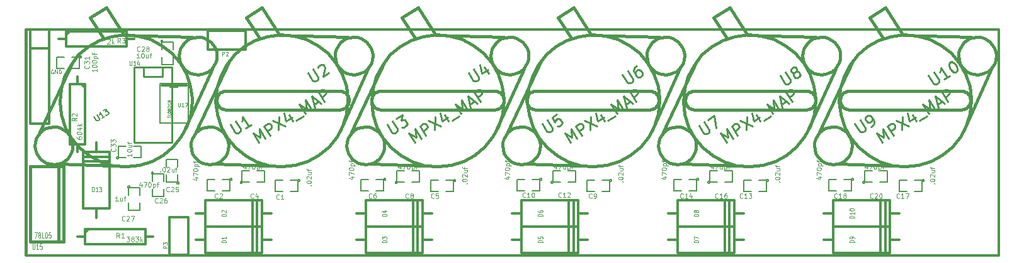
<source format=gto>
G04 (created by PCBNEW-RS274X (20100406 SVN-R2508)-final) date 6/3/2010 9:57:39 PM*
G01*
G70*
G90*
%MOIN*%
G04 Gerber Fmt 3.4, Leading zero omitted, Abs format*
%FSLAX34Y34*%
G04 APERTURE LIST*
%ADD10C,0.006000*%
%ADD11C,0.012000*%
%ADD12C,0.015000*%
%ADD13C,0.003300*%
%ADD14C,0.005000*%
%ADD15C,0.010000*%
%ADD16C,0.004000*%
%ADD17C,0.004200*%
%ADD18C,0.002000*%
%ADD19C,0.002500*%
G04 APERTURE END LIST*
G54D10*
G54D11*
X72500Y-43250D02*
X21000Y-43250D01*
X72500Y-55250D02*
X72500Y-43250D01*
X21000Y-55250D02*
X72500Y-55250D01*
G54D12*
X70500Y-47500D02*
X70543Y-47498D01*
X70586Y-47492D01*
X70629Y-47482D01*
X70671Y-47469D01*
X70711Y-47453D01*
X70750Y-47433D01*
X70786Y-47409D01*
X70821Y-47383D01*
X70853Y-47353D01*
X70883Y-47321D01*
X70909Y-47286D01*
X70933Y-47249D01*
X70953Y-47211D01*
X70969Y-47171D01*
X70982Y-47129D01*
X70992Y-47086D01*
X70998Y-47043D01*
X71000Y-47000D01*
X71000Y-47000D02*
X70998Y-46957D01*
X70992Y-46914D01*
X70982Y-46871D01*
X70969Y-46829D01*
X70953Y-46789D01*
X70933Y-46751D01*
X70909Y-46714D01*
X70883Y-46679D01*
X70853Y-46647D01*
X70821Y-46617D01*
X70786Y-46591D01*
X70750Y-46567D01*
X70711Y-46547D01*
X70671Y-46531D01*
X70629Y-46518D01*
X70586Y-46508D01*
X70543Y-46502D01*
X70500Y-46500D01*
X64600Y-47500D02*
X70500Y-47500D01*
X70500Y-46500D02*
X64600Y-46500D01*
G54D11*
X28200Y-46200D02*
X29500Y-46200D01*
G54D12*
X21000Y-55200D02*
X21000Y-55000D01*
X54000Y-47500D02*
X48000Y-47500D01*
X31600Y-46500D02*
X31557Y-46502D01*
X31514Y-46508D01*
X31471Y-46518D01*
X31429Y-46531D01*
X31389Y-46547D01*
X31351Y-46567D01*
X31314Y-46591D01*
X31279Y-46617D01*
X31247Y-46647D01*
X31217Y-46679D01*
X31191Y-46714D01*
X31167Y-46751D01*
X31147Y-46789D01*
X31131Y-46829D01*
X31118Y-46871D01*
X31108Y-46914D01*
X31102Y-46957D01*
X31100Y-47000D01*
X31100Y-47000D02*
X31102Y-47043D01*
X31108Y-47086D01*
X31118Y-47129D01*
X31131Y-47171D01*
X31147Y-47211D01*
X31167Y-47249D01*
X31191Y-47286D01*
X31217Y-47321D01*
X31247Y-47353D01*
X31279Y-47383D01*
X31314Y-47409D01*
X31351Y-47433D01*
X31389Y-47453D01*
X31429Y-47469D01*
X31471Y-47482D01*
X31514Y-47492D01*
X31557Y-47498D01*
X31600Y-47500D01*
X37600Y-47500D02*
X37643Y-47498D01*
X37686Y-47492D01*
X37729Y-47482D01*
X37771Y-47469D01*
X37811Y-47453D01*
X37850Y-47433D01*
X37886Y-47409D01*
X37921Y-47383D01*
X37953Y-47353D01*
X37983Y-47321D01*
X38009Y-47286D01*
X38033Y-47249D01*
X38053Y-47211D01*
X38069Y-47171D01*
X38082Y-47129D01*
X38092Y-47086D01*
X38098Y-47043D01*
X38100Y-47000D01*
X38100Y-47000D02*
X38098Y-46957D01*
X38092Y-46914D01*
X38082Y-46871D01*
X38069Y-46829D01*
X38053Y-46789D01*
X38033Y-46751D01*
X38009Y-46714D01*
X37983Y-46679D01*
X37953Y-46647D01*
X37921Y-46617D01*
X37886Y-46591D01*
X37850Y-46567D01*
X37811Y-46547D01*
X37771Y-46531D01*
X37729Y-46518D01*
X37686Y-46508D01*
X37643Y-46502D01*
X37600Y-46500D01*
X39800Y-46500D02*
X39757Y-46502D01*
X39714Y-46508D01*
X39671Y-46518D01*
X39629Y-46531D01*
X39589Y-46547D01*
X39551Y-46567D01*
X39514Y-46591D01*
X39479Y-46617D01*
X39447Y-46647D01*
X39417Y-46679D01*
X39391Y-46714D01*
X39367Y-46751D01*
X39347Y-46789D01*
X39331Y-46829D01*
X39318Y-46871D01*
X39308Y-46914D01*
X39302Y-46957D01*
X39300Y-47000D01*
X39300Y-47000D02*
X39302Y-47043D01*
X39308Y-47086D01*
X39318Y-47129D01*
X39331Y-47171D01*
X39347Y-47211D01*
X39367Y-47249D01*
X39391Y-47286D01*
X39417Y-47321D01*
X39447Y-47353D01*
X39479Y-47383D01*
X39514Y-47409D01*
X39551Y-47433D01*
X39589Y-47453D01*
X39629Y-47469D01*
X39671Y-47482D01*
X39714Y-47492D01*
X39757Y-47498D01*
X39800Y-47500D01*
X45800Y-47500D02*
X45843Y-47498D01*
X45886Y-47492D01*
X45929Y-47482D01*
X45971Y-47469D01*
X46011Y-47453D01*
X46050Y-47433D01*
X46086Y-47409D01*
X46121Y-47383D01*
X46153Y-47353D01*
X46183Y-47321D01*
X46209Y-47286D01*
X46233Y-47249D01*
X46253Y-47211D01*
X46269Y-47171D01*
X46282Y-47129D01*
X46292Y-47086D01*
X46298Y-47043D01*
X46300Y-47000D01*
X46300Y-47000D02*
X46298Y-46957D01*
X46292Y-46914D01*
X46282Y-46871D01*
X46269Y-46829D01*
X46253Y-46789D01*
X46233Y-46751D01*
X46209Y-46714D01*
X46183Y-46679D01*
X46153Y-46647D01*
X46121Y-46617D01*
X46086Y-46591D01*
X46050Y-46567D01*
X46011Y-46547D01*
X45971Y-46531D01*
X45929Y-46518D01*
X45886Y-46508D01*
X45843Y-46502D01*
X45800Y-46500D01*
X48000Y-46500D02*
X47957Y-46502D01*
X47914Y-46508D01*
X47871Y-46518D01*
X47829Y-46531D01*
X47789Y-46547D01*
X47751Y-46567D01*
X47714Y-46591D01*
X47679Y-46617D01*
X47647Y-46647D01*
X47617Y-46679D01*
X47591Y-46714D01*
X47567Y-46751D01*
X47547Y-46789D01*
X47531Y-46829D01*
X47518Y-46871D01*
X47508Y-46914D01*
X47502Y-46957D01*
X47500Y-47000D01*
X47500Y-47000D02*
X47502Y-47043D01*
X47508Y-47086D01*
X47518Y-47129D01*
X47531Y-47171D01*
X47547Y-47211D01*
X47567Y-47249D01*
X47591Y-47286D01*
X47617Y-47321D01*
X47647Y-47353D01*
X47679Y-47383D01*
X47714Y-47409D01*
X47751Y-47433D01*
X47789Y-47453D01*
X47829Y-47469D01*
X47871Y-47482D01*
X47914Y-47492D01*
X47957Y-47498D01*
X48000Y-47500D01*
X54000Y-47500D02*
X54043Y-47498D01*
X54086Y-47492D01*
X54129Y-47482D01*
X54171Y-47469D01*
X54211Y-47453D01*
X54250Y-47433D01*
X54286Y-47409D01*
X54321Y-47383D01*
X54353Y-47353D01*
X54383Y-47321D01*
X54409Y-47286D01*
X54433Y-47249D01*
X54453Y-47211D01*
X54469Y-47171D01*
X54482Y-47129D01*
X54492Y-47086D01*
X54498Y-47043D01*
X54500Y-47000D01*
X54500Y-47000D02*
X54498Y-46957D01*
X54492Y-46914D01*
X54482Y-46871D01*
X54469Y-46829D01*
X54453Y-46789D01*
X54433Y-46751D01*
X54409Y-46714D01*
X54383Y-46679D01*
X54353Y-46647D01*
X54321Y-46617D01*
X54286Y-46591D01*
X54250Y-46567D01*
X54211Y-46547D01*
X54171Y-46531D01*
X54129Y-46518D01*
X54086Y-46508D01*
X54043Y-46502D01*
X54000Y-46500D01*
X55900Y-47000D02*
X55902Y-47043D01*
X55908Y-47086D01*
X55918Y-47129D01*
X55931Y-47171D01*
X55947Y-47211D01*
X55967Y-47249D01*
X55991Y-47286D01*
X56017Y-47321D01*
X56047Y-47353D01*
X56079Y-47383D01*
X56114Y-47409D01*
X56151Y-47433D01*
X56189Y-47453D01*
X56229Y-47469D01*
X56271Y-47482D01*
X56314Y-47492D01*
X56357Y-47498D01*
X56400Y-47500D01*
X56400Y-46500D02*
X56357Y-46502D01*
X56314Y-46508D01*
X56271Y-46518D01*
X56229Y-46531D01*
X56189Y-46547D01*
X56151Y-46567D01*
X56114Y-46591D01*
X56079Y-46617D01*
X56047Y-46647D01*
X56017Y-46679D01*
X55991Y-46714D01*
X55967Y-46751D01*
X55947Y-46789D01*
X55931Y-46829D01*
X55918Y-46871D01*
X55908Y-46914D01*
X55902Y-46957D01*
X55900Y-47000D01*
X62300Y-47500D02*
X62343Y-47498D01*
X62386Y-47492D01*
X62429Y-47482D01*
X62471Y-47469D01*
X62511Y-47453D01*
X62550Y-47433D01*
X62586Y-47409D01*
X62621Y-47383D01*
X62653Y-47353D01*
X62683Y-47321D01*
X62709Y-47286D01*
X62733Y-47249D01*
X62753Y-47211D01*
X62769Y-47171D01*
X62782Y-47129D01*
X62792Y-47086D01*
X62798Y-47043D01*
X62800Y-47000D01*
X62800Y-47000D02*
X62798Y-46957D01*
X62792Y-46914D01*
X62782Y-46871D01*
X62769Y-46829D01*
X62753Y-46789D01*
X62733Y-46751D01*
X62709Y-46714D01*
X62683Y-46679D01*
X62653Y-46647D01*
X62621Y-46617D01*
X62586Y-46591D01*
X62550Y-46567D01*
X62511Y-46547D01*
X62471Y-46531D01*
X62429Y-46518D01*
X62386Y-46508D01*
X62343Y-46502D01*
X62300Y-46500D01*
X31600Y-47500D02*
X37600Y-47500D01*
X37600Y-46500D02*
X31600Y-46500D01*
X39800Y-47500D02*
X45800Y-47500D01*
X45800Y-46500D02*
X39800Y-46500D01*
X54000Y-46500D02*
X48000Y-46500D01*
X56400Y-46500D02*
X62300Y-46500D01*
X62300Y-47500D02*
X56400Y-47500D01*
X64100Y-47000D02*
X64102Y-47043D01*
X64108Y-47086D01*
X64118Y-47129D01*
X64131Y-47171D01*
X64147Y-47211D01*
X64167Y-47249D01*
X64191Y-47286D01*
X64217Y-47321D01*
X64247Y-47353D01*
X64279Y-47383D01*
X64314Y-47409D01*
X64351Y-47433D01*
X64389Y-47453D01*
X64429Y-47469D01*
X64471Y-47482D01*
X64514Y-47492D01*
X64557Y-47498D01*
X64600Y-47500D01*
X64600Y-46500D02*
X64557Y-46502D01*
X64514Y-46508D01*
X64471Y-46518D01*
X64429Y-46531D01*
X64389Y-46547D01*
X64351Y-46567D01*
X64314Y-46591D01*
X64279Y-46617D01*
X64247Y-46647D01*
X64217Y-46679D01*
X64191Y-46714D01*
X64167Y-46751D01*
X64147Y-46789D01*
X64131Y-46829D01*
X64118Y-46871D01*
X64108Y-46914D01*
X64102Y-46957D01*
X64100Y-47000D01*
X21000Y-43250D02*
X21000Y-55000D01*
G54D13*
X22447Y-45390D02*
X22428Y-45381D01*
X22400Y-45381D01*
X22371Y-45390D01*
X22352Y-45410D01*
X22343Y-45429D01*
X22333Y-45467D01*
X22333Y-45495D01*
X22343Y-45533D01*
X22352Y-45552D01*
X22371Y-45571D01*
X22400Y-45581D01*
X22419Y-45581D01*
X22447Y-45571D01*
X22457Y-45562D01*
X22457Y-45495D01*
X22419Y-45495D01*
X22543Y-45581D02*
X22543Y-45381D01*
X22657Y-45581D01*
X22657Y-45381D01*
X22753Y-45581D02*
X22753Y-45381D01*
X22800Y-45381D01*
X22829Y-45390D01*
X22848Y-45410D01*
X22857Y-45429D01*
X22867Y-45467D01*
X22867Y-45495D01*
X22857Y-45533D01*
X22848Y-45552D01*
X22829Y-45571D01*
X22800Y-45581D01*
X22753Y-45581D01*
G54D11*
X25250Y-50000D02*
X25450Y-50000D01*
X25250Y-50250D02*
X25450Y-50250D01*
X24250Y-50250D02*
X24050Y-50250D01*
X24250Y-50000D02*
X24050Y-50000D01*
X24250Y-49750D02*
X24050Y-49750D01*
X25250Y-49750D02*
X25450Y-49750D01*
X25250Y-52750D02*
X25450Y-52750D01*
X24250Y-52750D02*
X24050Y-52750D01*
X24050Y-52750D02*
X24050Y-49750D01*
X24250Y-49750D02*
X25250Y-49750D01*
X25450Y-49750D02*
X25450Y-52750D01*
X25250Y-52750D02*
X24250Y-52750D01*
X24250Y-50000D02*
X25250Y-50000D01*
X25250Y-50250D02*
X24250Y-50250D01*
X24750Y-52750D02*
X24750Y-53250D01*
X24750Y-49750D02*
X24750Y-49250D01*
X66500Y-53500D02*
X66500Y-53700D01*
X66250Y-53500D02*
X66250Y-53700D01*
X66250Y-52500D02*
X66250Y-52300D01*
X66500Y-52500D02*
X66500Y-52300D01*
X66750Y-52500D02*
X66750Y-52300D01*
X66750Y-53500D02*
X66750Y-53700D01*
X63750Y-53500D02*
X63750Y-53700D01*
X63750Y-52500D02*
X63750Y-52300D01*
X63750Y-52300D02*
X66750Y-52300D01*
X66750Y-52500D02*
X66750Y-53500D01*
X66750Y-53700D02*
X63750Y-53700D01*
X63750Y-53500D02*
X63750Y-52500D01*
X66500Y-52500D02*
X66500Y-53500D01*
X66250Y-53500D02*
X66250Y-52500D01*
X63750Y-53000D02*
X63250Y-53000D01*
X66750Y-53000D02*
X67250Y-53000D01*
X66500Y-54900D02*
X66500Y-55100D01*
X66250Y-54900D02*
X66250Y-55100D01*
X66250Y-53900D02*
X66250Y-53700D01*
X66500Y-53900D02*
X66500Y-53700D01*
X66750Y-53900D02*
X66750Y-53700D01*
X66750Y-54900D02*
X66750Y-55100D01*
X63750Y-54900D02*
X63750Y-55100D01*
X63750Y-53900D02*
X63750Y-53700D01*
X63750Y-53700D02*
X66750Y-53700D01*
X66750Y-53900D02*
X66750Y-54900D01*
X66750Y-55100D02*
X63750Y-55100D01*
X63750Y-54900D02*
X63750Y-53900D01*
X66500Y-53900D02*
X66500Y-54900D01*
X66250Y-54900D02*
X66250Y-53900D01*
X63750Y-54400D02*
X63250Y-54400D01*
X66750Y-54400D02*
X67250Y-54400D01*
X58250Y-53500D02*
X58250Y-53700D01*
X58000Y-53500D02*
X58000Y-53700D01*
X58000Y-52500D02*
X58000Y-52300D01*
X58250Y-52500D02*
X58250Y-52300D01*
X58500Y-52500D02*
X58500Y-52300D01*
X58500Y-53500D02*
X58500Y-53700D01*
X55500Y-53500D02*
X55500Y-53700D01*
X55500Y-52500D02*
X55500Y-52300D01*
X55500Y-52300D02*
X58500Y-52300D01*
X58500Y-52500D02*
X58500Y-53500D01*
X58500Y-53700D02*
X55500Y-53700D01*
X55500Y-53500D02*
X55500Y-52500D01*
X58250Y-52500D02*
X58250Y-53500D01*
X58000Y-53500D02*
X58000Y-52500D01*
X55500Y-53000D02*
X55000Y-53000D01*
X58500Y-53000D02*
X59000Y-53000D01*
X58250Y-54900D02*
X58250Y-55100D01*
X58000Y-54900D02*
X58000Y-55100D01*
X58000Y-53900D02*
X58000Y-53700D01*
X58250Y-53900D02*
X58250Y-53700D01*
X58500Y-53900D02*
X58500Y-53700D01*
X58500Y-54900D02*
X58500Y-55100D01*
X55500Y-54900D02*
X55500Y-55100D01*
X55500Y-53900D02*
X55500Y-53700D01*
X55500Y-53700D02*
X58500Y-53700D01*
X58500Y-53900D02*
X58500Y-54900D01*
X58500Y-55100D02*
X55500Y-55100D01*
X55500Y-54900D02*
X55500Y-53900D01*
X58250Y-53900D02*
X58250Y-54900D01*
X58000Y-54900D02*
X58000Y-53900D01*
X55500Y-54400D02*
X55000Y-54400D01*
X58500Y-54400D02*
X59000Y-54400D01*
X50000Y-53500D02*
X50000Y-53700D01*
X49750Y-53500D02*
X49750Y-53700D01*
X49750Y-52500D02*
X49750Y-52300D01*
X50000Y-52500D02*
X50000Y-52300D01*
X50250Y-52500D02*
X50250Y-52300D01*
X50250Y-53500D02*
X50250Y-53700D01*
X47250Y-53500D02*
X47250Y-53700D01*
X47250Y-52500D02*
X47250Y-52300D01*
X47250Y-52300D02*
X50250Y-52300D01*
X50250Y-52500D02*
X50250Y-53500D01*
X50250Y-53700D02*
X47250Y-53700D01*
X47250Y-53500D02*
X47250Y-52500D01*
X50000Y-52500D02*
X50000Y-53500D01*
X49750Y-53500D02*
X49750Y-52500D01*
X47250Y-53000D02*
X46750Y-53000D01*
X50250Y-53000D02*
X50750Y-53000D01*
X50000Y-54900D02*
X50000Y-55100D01*
X49750Y-54900D02*
X49750Y-55100D01*
X49750Y-53900D02*
X49750Y-53700D01*
X50000Y-53900D02*
X50000Y-53700D01*
X50250Y-53900D02*
X50250Y-53700D01*
X50250Y-54900D02*
X50250Y-55100D01*
X47250Y-54900D02*
X47250Y-55100D01*
X47250Y-53900D02*
X47250Y-53700D01*
X47250Y-53700D02*
X50250Y-53700D01*
X50250Y-53900D02*
X50250Y-54900D01*
X50250Y-55100D02*
X47250Y-55100D01*
X47250Y-54900D02*
X47250Y-53900D01*
X50000Y-53900D02*
X50000Y-54900D01*
X49750Y-54900D02*
X49750Y-53900D01*
X47250Y-54400D02*
X46750Y-54400D01*
X50250Y-54400D02*
X50750Y-54400D01*
X41750Y-53500D02*
X41750Y-53700D01*
X41500Y-53500D02*
X41500Y-53700D01*
X41500Y-52500D02*
X41500Y-52300D01*
X41750Y-52500D02*
X41750Y-52300D01*
X42000Y-52500D02*
X42000Y-52300D01*
X42000Y-53500D02*
X42000Y-53700D01*
X39000Y-53500D02*
X39000Y-53700D01*
X39000Y-52500D02*
X39000Y-52300D01*
X39000Y-52300D02*
X42000Y-52300D01*
X42000Y-52500D02*
X42000Y-53500D01*
X42000Y-53700D02*
X39000Y-53700D01*
X39000Y-53500D02*
X39000Y-52500D01*
X41750Y-52500D02*
X41750Y-53500D01*
X41500Y-53500D02*
X41500Y-52500D01*
X39000Y-53000D02*
X38500Y-53000D01*
X42000Y-53000D02*
X42500Y-53000D01*
X41750Y-54900D02*
X41750Y-55100D01*
X41500Y-54900D02*
X41500Y-55100D01*
X41500Y-53900D02*
X41500Y-53700D01*
X41750Y-53900D02*
X41750Y-53700D01*
X42000Y-53900D02*
X42000Y-53700D01*
X42000Y-54900D02*
X42000Y-55100D01*
X39000Y-54900D02*
X39000Y-55100D01*
X39000Y-53900D02*
X39000Y-53700D01*
X39000Y-53700D02*
X42000Y-53700D01*
X42000Y-53900D02*
X42000Y-54900D01*
X42000Y-55100D02*
X39000Y-55100D01*
X39000Y-54900D02*
X39000Y-53900D01*
X41750Y-53900D02*
X41750Y-54900D01*
X41500Y-54900D02*
X41500Y-53900D01*
X39000Y-54400D02*
X38500Y-54400D01*
X42000Y-54400D02*
X42500Y-54400D01*
X33250Y-53500D02*
X33250Y-53700D01*
X33000Y-53500D02*
X33000Y-53700D01*
X33000Y-52500D02*
X33000Y-52300D01*
X33250Y-52500D02*
X33250Y-52300D01*
X33500Y-52500D02*
X33500Y-52300D01*
X33500Y-53500D02*
X33500Y-53700D01*
X30500Y-53500D02*
X30500Y-53700D01*
X30500Y-52500D02*
X30500Y-52300D01*
X30500Y-52300D02*
X33500Y-52300D01*
X33500Y-52500D02*
X33500Y-53500D01*
X33500Y-53700D02*
X30500Y-53700D01*
X30500Y-53500D02*
X30500Y-52500D01*
X33250Y-52500D02*
X33250Y-53500D01*
X33000Y-53500D02*
X33000Y-52500D01*
X30500Y-53000D02*
X30000Y-53000D01*
X33500Y-53000D02*
X34000Y-53000D01*
X33250Y-54900D02*
X33250Y-55100D01*
X33000Y-54900D02*
X33000Y-55100D01*
X33000Y-53900D02*
X33000Y-53700D01*
X33250Y-53900D02*
X33250Y-53700D01*
X33500Y-53900D02*
X33500Y-53700D01*
X33500Y-54900D02*
X33500Y-55100D01*
X30500Y-54900D02*
X30500Y-55100D01*
X30500Y-53900D02*
X30500Y-53700D01*
X30500Y-53700D02*
X33500Y-53700D01*
X33500Y-53900D02*
X33500Y-54900D01*
X33500Y-55100D02*
X30500Y-55100D01*
X30500Y-54900D02*
X30500Y-53900D01*
X33250Y-53900D02*
X33250Y-54900D01*
X33000Y-54900D02*
X33000Y-53900D01*
X30500Y-54400D02*
X30000Y-54400D01*
X33500Y-54400D02*
X34000Y-54400D01*
X23750Y-54250D02*
X24150Y-54250D01*
X24150Y-54250D02*
X24150Y-53850D01*
X24150Y-53850D02*
X27350Y-53850D01*
X27350Y-53850D02*
X27350Y-54650D01*
X27350Y-54650D02*
X24150Y-54650D01*
X24150Y-54650D02*
X24150Y-54250D01*
X24150Y-54050D02*
X24350Y-53850D01*
X27750Y-54250D02*
X27350Y-54250D01*
X23750Y-45750D02*
X23750Y-46150D01*
X23750Y-46150D02*
X24150Y-46150D01*
X24150Y-46150D02*
X24150Y-49350D01*
X24150Y-49350D02*
X23350Y-49350D01*
X23350Y-49350D02*
X23350Y-46150D01*
X23350Y-46150D02*
X23750Y-46150D01*
X23950Y-46150D02*
X24150Y-46350D01*
X23750Y-49750D02*
X23750Y-49350D01*
X22750Y-43750D02*
X23150Y-43750D01*
X23150Y-43750D02*
X23150Y-43350D01*
X23150Y-43350D02*
X26350Y-43350D01*
X26350Y-43350D02*
X26350Y-44150D01*
X26350Y-44150D02*
X23150Y-44150D01*
X23150Y-44150D02*
X23150Y-43750D01*
X23150Y-43550D02*
X23350Y-43350D01*
X26750Y-43750D02*
X26350Y-43750D01*
G54D12*
X33326Y-43656D02*
X32664Y-42596D01*
X32664Y-42596D02*
X33512Y-42066D01*
X33512Y-42066D02*
X34439Y-43551D01*
X29987Y-48691D02*
X31763Y-44928D01*
X34651Y-50494D02*
X31047Y-50387D01*
X37619Y-48639D02*
X39103Y-45353D01*
X34439Y-43551D02*
X38043Y-43657D01*
X39360Y-44637D02*
X39340Y-44831D01*
X39284Y-45017D01*
X39193Y-45189D01*
X39069Y-45340D01*
X38919Y-45465D01*
X38748Y-45557D01*
X38561Y-45615D01*
X38367Y-45635D01*
X38174Y-45618D01*
X37987Y-45563D01*
X37814Y-45472D01*
X37663Y-45350D01*
X37537Y-45201D01*
X37443Y-45030D01*
X37384Y-44844D01*
X37363Y-44650D01*
X37379Y-44457D01*
X37433Y-44270D01*
X37522Y-44096D01*
X37643Y-43944D01*
X37791Y-43817D01*
X37962Y-43722D01*
X38147Y-43662D01*
X38341Y-43639D01*
X38534Y-43654D01*
X38722Y-43706D01*
X38896Y-43794D01*
X39049Y-43914D01*
X39177Y-44062D01*
X39273Y-44231D01*
X39335Y-44416D01*
X39359Y-44610D01*
X39360Y-44637D01*
X31729Y-49407D02*
X31709Y-49601D01*
X31653Y-49788D01*
X31561Y-49960D01*
X31438Y-50111D01*
X31288Y-50236D01*
X31116Y-50328D01*
X30930Y-50386D01*
X30735Y-50406D01*
X30542Y-50389D01*
X30355Y-50334D01*
X30182Y-50243D01*
X30030Y-50121D01*
X29904Y-49971D01*
X29810Y-49800D01*
X29751Y-49614D01*
X29730Y-49420D01*
X29746Y-49227D01*
X29800Y-49039D01*
X29889Y-48866D01*
X30010Y-48713D01*
X30159Y-48586D01*
X30329Y-48491D01*
X30515Y-48431D01*
X30709Y-48408D01*
X30902Y-48423D01*
X31090Y-48475D01*
X31264Y-48563D01*
X31418Y-48683D01*
X31546Y-48831D01*
X31642Y-49001D01*
X31704Y-49186D01*
X31728Y-49380D01*
X31729Y-49407D01*
X38045Y-47022D02*
X37978Y-47701D01*
X37780Y-48355D01*
X37460Y-48958D01*
X37028Y-49488D01*
X36502Y-49923D01*
X35901Y-50248D01*
X35248Y-50450D01*
X34569Y-50521D01*
X33890Y-50460D01*
X33234Y-50267D01*
X32629Y-49950D01*
X32097Y-49522D01*
X31658Y-48999D01*
X31329Y-48400D01*
X31122Y-47749D01*
X31046Y-47070D01*
X31103Y-46391D01*
X31291Y-45734D01*
X31604Y-45127D01*
X32028Y-44591D01*
X32548Y-44148D01*
X33144Y-43815D01*
X33794Y-43604D01*
X34472Y-43523D01*
X35152Y-43576D01*
X35810Y-43759D01*
X36420Y-44067D01*
X36958Y-44488D01*
X37405Y-45005D01*
X37742Y-45599D01*
X37958Y-46247D01*
X38043Y-46925D01*
X38045Y-47022D01*
X41576Y-43656D02*
X40914Y-42596D01*
X40914Y-42596D02*
X41762Y-42066D01*
X41762Y-42066D02*
X42689Y-43551D01*
X38237Y-48691D02*
X40013Y-44928D01*
X42901Y-50494D02*
X39297Y-50387D01*
X45869Y-48639D02*
X47353Y-45353D01*
X42689Y-43551D02*
X46293Y-43657D01*
X47610Y-44637D02*
X47590Y-44831D01*
X47534Y-45017D01*
X47443Y-45189D01*
X47319Y-45340D01*
X47169Y-45465D01*
X46998Y-45557D01*
X46811Y-45615D01*
X46617Y-45635D01*
X46424Y-45618D01*
X46237Y-45563D01*
X46064Y-45472D01*
X45913Y-45350D01*
X45787Y-45201D01*
X45693Y-45030D01*
X45634Y-44844D01*
X45613Y-44650D01*
X45629Y-44457D01*
X45683Y-44270D01*
X45772Y-44096D01*
X45893Y-43944D01*
X46041Y-43817D01*
X46212Y-43722D01*
X46397Y-43662D01*
X46591Y-43639D01*
X46784Y-43654D01*
X46972Y-43706D01*
X47146Y-43794D01*
X47299Y-43914D01*
X47427Y-44062D01*
X47523Y-44231D01*
X47585Y-44416D01*
X47609Y-44610D01*
X47610Y-44637D01*
X39979Y-49407D02*
X39959Y-49601D01*
X39903Y-49788D01*
X39811Y-49960D01*
X39688Y-50111D01*
X39538Y-50236D01*
X39366Y-50328D01*
X39180Y-50386D01*
X38985Y-50406D01*
X38792Y-50389D01*
X38605Y-50334D01*
X38432Y-50243D01*
X38280Y-50121D01*
X38154Y-49971D01*
X38060Y-49800D01*
X38001Y-49614D01*
X37980Y-49420D01*
X37996Y-49227D01*
X38050Y-49039D01*
X38139Y-48866D01*
X38260Y-48713D01*
X38409Y-48586D01*
X38579Y-48491D01*
X38765Y-48431D01*
X38959Y-48408D01*
X39152Y-48423D01*
X39340Y-48475D01*
X39514Y-48563D01*
X39668Y-48683D01*
X39796Y-48831D01*
X39892Y-49001D01*
X39954Y-49186D01*
X39978Y-49380D01*
X39979Y-49407D01*
X46295Y-47022D02*
X46228Y-47701D01*
X46030Y-48355D01*
X45710Y-48958D01*
X45278Y-49488D01*
X44752Y-49923D01*
X44151Y-50248D01*
X43498Y-50450D01*
X42819Y-50521D01*
X42140Y-50460D01*
X41484Y-50267D01*
X40879Y-49950D01*
X40347Y-49522D01*
X39908Y-48999D01*
X39579Y-48400D01*
X39372Y-47749D01*
X39296Y-47070D01*
X39353Y-46391D01*
X39541Y-45734D01*
X39854Y-45127D01*
X40278Y-44591D01*
X40798Y-44148D01*
X41394Y-43815D01*
X42044Y-43604D01*
X42722Y-43523D01*
X43402Y-43576D01*
X44060Y-43759D01*
X44670Y-44067D01*
X45208Y-44488D01*
X45655Y-45005D01*
X45992Y-45599D01*
X46208Y-46247D01*
X46293Y-46925D01*
X46295Y-47022D01*
X49826Y-43656D02*
X49164Y-42596D01*
X49164Y-42596D02*
X50012Y-42066D01*
X50012Y-42066D02*
X50939Y-43551D01*
X46487Y-48691D02*
X48263Y-44928D01*
X51151Y-50494D02*
X47547Y-50387D01*
X54119Y-48639D02*
X55603Y-45353D01*
X50939Y-43551D02*
X54543Y-43657D01*
X55860Y-44637D02*
X55840Y-44831D01*
X55784Y-45017D01*
X55693Y-45189D01*
X55569Y-45340D01*
X55419Y-45465D01*
X55248Y-45557D01*
X55061Y-45615D01*
X54867Y-45635D01*
X54674Y-45618D01*
X54487Y-45563D01*
X54314Y-45472D01*
X54163Y-45350D01*
X54037Y-45201D01*
X53943Y-45030D01*
X53884Y-44844D01*
X53863Y-44650D01*
X53879Y-44457D01*
X53933Y-44270D01*
X54022Y-44096D01*
X54143Y-43944D01*
X54291Y-43817D01*
X54462Y-43722D01*
X54647Y-43662D01*
X54841Y-43639D01*
X55034Y-43654D01*
X55222Y-43706D01*
X55396Y-43794D01*
X55549Y-43914D01*
X55677Y-44062D01*
X55773Y-44231D01*
X55835Y-44416D01*
X55859Y-44610D01*
X55860Y-44637D01*
X48229Y-49407D02*
X48209Y-49601D01*
X48153Y-49788D01*
X48061Y-49960D01*
X47938Y-50111D01*
X47788Y-50236D01*
X47616Y-50328D01*
X47430Y-50386D01*
X47235Y-50406D01*
X47042Y-50389D01*
X46855Y-50334D01*
X46682Y-50243D01*
X46530Y-50121D01*
X46404Y-49971D01*
X46310Y-49800D01*
X46251Y-49614D01*
X46230Y-49420D01*
X46246Y-49227D01*
X46300Y-49039D01*
X46389Y-48866D01*
X46510Y-48713D01*
X46659Y-48586D01*
X46829Y-48491D01*
X47015Y-48431D01*
X47209Y-48408D01*
X47402Y-48423D01*
X47590Y-48475D01*
X47764Y-48563D01*
X47918Y-48683D01*
X48046Y-48831D01*
X48142Y-49001D01*
X48204Y-49186D01*
X48228Y-49380D01*
X48229Y-49407D01*
X54545Y-47022D02*
X54478Y-47701D01*
X54280Y-48355D01*
X53960Y-48958D01*
X53528Y-49488D01*
X53002Y-49923D01*
X52401Y-50248D01*
X51748Y-50450D01*
X51069Y-50521D01*
X50390Y-50460D01*
X49734Y-50267D01*
X49129Y-49950D01*
X48597Y-49522D01*
X48158Y-48999D01*
X47829Y-48400D01*
X47622Y-47749D01*
X47546Y-47070D01*
X47603Y-46391D01*
X47791Y-45734D01*
X48104Y-45127D01*
X48528Y-44591D01*
X49048Y-44148D01*
X49644Y-43815D01*
X50294Y-43604D01*
X50972Y-43523D01*
X51652Y-43576D01*
X52310Y-43759D01*
X52920Y-44067D01*
X53458Y-44488D01*
X53905Y-45005D01*
X54242Y-45599D01*
X54458Y-46247D01*
X54543Y-46925D01*
X54545Y-47022D01*
X58076Y-43656D02*
X57414Y-42596D01*
X57414Y-42596D02*
X58262Y-42066D01*
X58262Y-42066D02*
X59189Y-43551D01*
X54737Y-48691D02*
X56513Y-44928D01*
X59401Y-50494D02*
X55797Y-50387D01*
X62369Y-48639D02*
X63853Y-45353D01*
X59189Y-43551D02*
X62793Y-43657D01*
X64110Y-44637D02*
X64090Y-44831D01*
X64034Y-45017D01*
X63943Y-45189D01*
X63819Y-45340D01*
X63669Y-45465D01*
X63498Y-45557D01*
X63311Y-45615D01*
X63117Y-45635D01*
X62924Y-45618D01*
X62737Y-45563D01*
X62564Y-45472D01*
X62413Y-45350D01*
X62287Y-45201D01*
X62193Y-45030D01*
X62134Y-44844D01*
X62113Y-44650D01*
X62129Y-44457D01*
X62183Y-44270D01*
X62272Y-44096D01*
X62393Y-43944D01*
X62541Y-43817D01*
X62712Y-43722D01*
X62897Y-43662D01*
X63091Y-43639D01*
X63284Y-43654D01*
X63472Y-43706D01*
X63646Y-43794D01*
X63799Y-43914D01*
X63927Y-44062D01*
X64023Y-44231D01*
X64085Y-44416D01*
X64109Y-44610D01*
X64110Y-44637D01*
X56479Y-49407D02*
X56459Y-49601D01*
X56403Y-49788D01*
X56311Y-49960D01*
X56188Y-50111D01*
X56038Y-50236D01*
X55866Y-50328D01*
X55680Y-50386D01*
X55485Y-50406D01*
X55292Y-50389D01*
X55105Y-50334D01*
X54932Y-50243D01*
X54780Y-50121D01*
X54654Y-49971D01*
X54560Y-49800D01*
X54501Y-49614D01*
X54480Y-49420D01*
X54496Y-49227D01*
X54550Y-49039D01*
X54639Y-48866D01*
X54760Y-48713D01*
X54909Y-48586D01*
X55079Y-48491D01*
X55265Y-48431D01*
X55459Y-48408D01*
X55652Y-48423D01*
X55840Y-48475D01*
X56014Y-48563D01*
X56168Y-48683D01*
X56296Y-48831D01*
X56392Y-49001D01*
X56454Y-49186D01*
X56478Y-49380D01*
X56479Y-49407D01*
X62795Y-47022D02*
X62728Y-47701D01*
X62530Y-48355D01*
X62210Y-48958D01*
X61778Y-49488D01*
X61252Y-49923D01*
X60651Y-50248D01*
X59998Y-50450D01*
X59319Y-50521D01*
X58640Y-50460D01*
X57984Y-50267D01*
X57379Y-49950D01*
X56847Y-49522D01*
X56408Y-48999D01*
X56079Y-48400D01*
X55872Y-47749D01*
X55796Y-47070D01*
X55853Y-46391D01*
X56041Y-45734D01*
X56354Y-45127D01*
X56778Y-44591D01*
X57298Y-44148D01*
X57894Y-43815D01*
X58544Y-43604D01*
X59222Y-43523D01*
X59902Y-43576D01*
X60560Y-43759D01*
X61170Y-44067D01*
X61708Y-44488D01*
X62155Y-45005D01*
X62492Y-45599D01*
X62708Y-46247D01*
X62793Y-46925D01*
X62795Y-47022D01*
X66326Y-43656D02*
X65664Y-42596D01*
X65664Y-42596D02*
X66512Y-42066D01*
X66512Y-42066D02*
X67439Y-43551D01*
X62987Y-48691D02*
X64763Y-44928D01*
X67651Y-50494D02*
X64047Y-50387D01*
X70619Y-48639D02*
X72103Y-45353D01*
X67439Y-43551D02*
X71043Y-43657D01*
X72360Y-44637D02*
X72340Y-44831D01*
X72284Y-45017D01*
X72193Y-45189D01*
X72069Y-45340D01*
X71919Y-45465D01*
X71748Y-45557D01*
X71561Y-45615D01*
X71367Y-45635D01*
X71174Y-45618D01*
X70987Y-45563D01*
X70814Y-45472D01*
X70663Y-45350D01*
X70537Y-45201D01*
X70443Y-45030D01*
X70384Y-44844D01*
X70363Y-44650D01*
X70379Y-44457D01*
X70433Y-44270D01*
X70522Y-44096D01*
X70643Y-43944D01*
X70791Y-43817D01*
X70962Y-43722D01*
X71147Y-43662D01*
X71341Y-43639D01*
X71534Y-43654D01*
X71722Y-43706D01*
X71896Y-43794D01*
X72049Y-43914D01*
X72177Y-44062D01*
X72273Y-44231D01*
X72335Y-44416D01*
X72359Y-44610D01*
X72360Y-44637D01*
X64729Y-49407D02*
X64709Y-49601D01*
X64653Y-49788D01*
X64561Y-49960D01*
X64438Y-50111D01*
X64288Y-50236D01*
X64116Y-50328D01*
X63930Y-50386D01*
X63735Y-50406D01*
X63542Y-50389D01*
X63355Y-50334D01*
X63182Y-50243D01*
X63030Y-50121D01*
X62904Y-49971D01*
X62810Y-49800D01*
X62751Y-49614D01*
X62730Y-49420D01*
X62746Y-49227D01*
X62800Y-49039D01*
X62889Y-48866D01*
X63010Y-48713D01*
X63159Y-48586D01*
X63329Y-48491D01*
X63515Y-48431D01*
X63709Y-48408D01*
X63902Y-48423D01*
X64090Y-48475D01*
X64264Y-48563D01*
X64418Y-48683D01*
X64546Y-48831D01*
X64642Y-49001D01*
X64704Y-49186D01*
X64728Y-49380D01*
X64729Y-49407D01*
X71045Y-47022D02*
X70978Y-47701D01*
X70780Y-48355D01*
X70460Y-48958D01*
X70028Y-49488D01*
X69502Y-49923D01*
X68901Y-50248D01*
X68248Y-50450D01*
X67569Y-50521D01*
X66890Y-50460D01*
X66234Y-50267D01*
X65629Y-49950D01*
X65097Y-49522D01*
X64658Y-48999D01*
X64329Y-48400D01*
X64122Y-47749D01*
X64046Y-47070D01*
X64103Y-46391D01*
X64291Y-45734D01*
X64604Y-45127D01*
X65028Y-44591D01*
X65548Y-44148D01*
X66144Y-43815D01*
X66794Y-43604D01*
X67472Y-43523D01*
X68152Y-43576D01*
X68810Y-43759D01*
X69420Y-44067D01*
X69958Y-44488D01*
X70405Y-45005D01*
X70742Y-45599D01*
X70958Y-46247D01*
X71043Y-46925D01*
X71045Y-47022D01*
X25076Y-43656D02*
X24414Y-42596D01*
X24414Y-42596D02*
X25262Y-42066D01*
X25262Y-42066D02*
X26189Y-43551D01*
X21737Y-48691D02*
X23513Y-44928D01*
X26401Y-50494D02*
X22797Y-50387D01*
X29369Y-48639D02*
X30853Y-45353D01*
X26189Y-43551D02*
X29793Y-43657D01*
X31110Y-44637D02*
X31090Y-44831D01*
X31034Y-45017D01*
X30943Y-45189D01*
X30819Y-45340D01*
X30669Y-45465D01*
X30498Y-45557D01*
X30311Y-45615D01*
X30117Y-45635D01*
X29924Y-45618D01*
X29737Y-45563D01*
X29564Y-45472D01*
X29413Y-45350D01*
X29287Y-45201D01*
X29193Y-45030D01*
X29134Y-44844D01*
X29113Y-44650D01*
X29129Y-44457D01*
X29183Y-44270D01*
X29272Y-44096D01*
X29393Y-43944D01*
X29541Y-43817D01*
X29712Y-43722D01*
X29897Y-43662D01*
X30091Y-43639D01*
X30284Y-43654D01*
X30472Y-43706D01*
X30646Y-43794D01*
X30799Y-43914D01*
X30927Y-44062D01*
X31023Y-44231D01*
X31085Y-44416D01*
X31109Y-44610D01*
X31110Y-44637D01*
X23479Y-49407D02*
X23459Y-49601D01*
X23403Y-49788D01*
X23311Y-49960D01*
X23188Y-50111D01*
X23038Y-50236D01*
X22866Y-50328D01*
X22680Y-50386D01*
X22485Y-50406D01*
X22292Y-50389D01*
X22105Y-50334D01*
X21932Y-50243D01*
X21780Y-50121D01*
X21654Y-49971D01*
X21560Y-49800D01*
X21501Y-49614D01*
X21480Y-49420D01*
X21496Y-49227D01*
X21550Y-49039D01*
X21639Y-48866D01*
X21760Y-48713D01*
X21909Y-48586D01*
X22079Y-48491D01*
X22265Y-48431D01*
X22459Y-48408D01*
X22652Y-48423D01*
X22840Y-48475D01*
X23014Y-48563D01*
X23168Y-48683D01*
X23296Y-48831D01*
X23392Y-49001D01*
X23454Y-49186D01*
X23478Y-49380D01*
X23479Y-49407D01*
X29795Y-47022D02*
X29728Y-47701D01*
X29530Y-48355D01*
X29210Y-48958D01*
X28778Y-49488D01*
X28252Y-49923D01*
X27651Y-50248D01*
X26998Y-50450D01*
X26319Y-50521D01*
X25640Y-50460D01*
X24984Y-50267D01*
X24379Y-49950D01*
X23847Y-49522D01*
X23408Y-48999D01*
X23079Y-48400D01*
X22872Y-47749D01*
X22796Y-47070D01*
X22853Y-46391D01*
X23041Y-45734D01*
X23354Y-45127D01*
X23778Y-44591D01*
X24298Y-44148D01*
X24894Y-43815D01*
X25544Y-43604D01*
X26222Y-43523D01*
X26902Y-43576D01*
X27560Y-43759D01*
X28170Y-44067D01*
X28708Y-44488D01*
X29155Y-45005D01*
X29492Y-45599D01*
X29708Y-46247D01*
X29793Y-46925D01*
X29795Y-47022D01*
X66326Y-43656D02*
X65664Y-42596D01*
X65664Y-42596D02*
X66512Y-42066D01*
X66512Y-42066D02*
X67439Y-43551D01*
X62987Y-48691D02*
X64763Y-44928D01*
X67651Y-50494D02*
X64047Y-50387D01*
X70619Y-48639D02*
X72103Y-45353D01*
X67439Y-43551D02*
X71043Y-43657D01*
X72360Y-44637D02*
X72340Y-44831D01*
X72284Y-45017D01*
X72193Y-45189D01*
X72069Y-45340D01*
X71919Y-45465D01*
X71748Y-45557D01*
X71561Y-45615D01*
X71367Y-45635D01*
X71174Y-45618D01*
X70987Y-45563D01*
X70814Y-45472D01*
X70663Y-45350D01*
X70537Y-45201D01*
X70443Y-45030D01*
X70384Y-44844D01*
X70363Y-44650D01*
X70379Y-44457D01*
X70433Y-44270D01*
X70522Y-44096D01*
X70643Y-43944D01*
X70791Y-43817D01*
X70962Y-43722D01*
X71147Y-43662D01*
X71341Y-43639D01*
X71534Y-43654D01*
X71722Y-43706D01*
X71896Y-43794D01*
X72049Y-43914D01*
X72177Y-44062D01*
X72273Y-44231D01*
X72335Y-44416D01*
X72359Y-44610D01*
X72360Y-44637D01*
X64729Y-49407D02*
X64709Y-49601D01*
X64653Y-49788D01*
X64561Y-49960D01*
X64438Y-50111D01*
X64288Y-50236D01*
X64116Y-50328D01*
X63930Y-50386D01*
X63735Y-50406D01*
X63542Y-50389D01*
X63355Y-50334D01*
X63182Y-50243D01*
X63030Y-50121D01*
X62904Y-49971D01*
X62810Y-49800D01*
X62751Y-49614D01*
X62730Y-49420D01*
X62746Y-49227D01*
X62800Y-49039D01*
X62889Y-48866D01*
X63010Y-48713D01*
X63159Y-48586D01*
X63329Y-48491D01*
X63515Y-48431D01*
X63709Y-48408D01*
X63902Y-48423D01*
X64090Y-48475D01*
X64264Y-48563D01*
X64418Y-48683D01*
X64546Y-48831D01*
X64642Y-49001D01*
X64704Y-49186D01*
X64728Y-49380D01*
X64729Y-49407D01*
X71045Y-47022D02*
X70978Y-47701D01*
X70780Y-48355D01*
X70460Y-48958D01*
X70028Y-49488D01*
X69502Y-49923D01*
X68901Y-50248D01*
X68248Y-50450D01*
X67569Y-50521D01*
X66890Y-50460D01*
X66234Y-50267D01*
X65629Y-49950D01*
X65097Y-49522D01*
X64658Y-48999D01*
X64329Y-48400D01*
X64122Y-47749D01*
X64046Y-47070D01*
X64103Y-46391D01*
X64291Y-45734D01*
X64604Y-45127D01*
X65028Y-44591D01*
X65548Y-44148D01*
X66144Y-43815D01*
X66794Y-43604D01*
X67472Y-43523D01*
X68152Y-43576D01*
X68810Y-43759D01*
X69420Y-44067D01*
X69958Y-44488D01*
X70405Y-45005D01*
X70742Y-45599D01*
X70958Y-46247D01*
X71043Y-46925D01*
X71045Y-47022D01*
X58076Y-43656D02*
X57414Y-42596D01*
X57414Y-42596D02*
X58262Y-42066D01*
X58262Y-42066D02*
X59189Y-43551D01*
X54737Y-48691D02*
X56513Y-44928D01*
X59401Y-50494D02*
X55797Y-50387D01*
X62369Y-48639D02*
X63853Y-45353D01*
X59189Y-43551D02*
X62793Y-43657D01*
X64110Y-44637D02*
X64090Y-44831D01*
X64034Y-45017D01*
X63943Y-45189D01*
X63819Y-45340D01*
X63669Y-45465D01*
X63498Y-45557D01*
X63311Y-45615D01*
X63117Y-45635D01*
X62924Y-45618D01*
X62737Y-45563D01*
X62564Y-45472D01*
X62413Y-45350D01*
X62287Y-45201D01*
X62193Y-45030D01*
X62134Y-44844D01*
X62113Y-44650D01*
X62129Y-44457D01*
X62183Y-44270D01*
X62272Y-44096D01*
X62393Y-43944D01*
X62541Y-43817D01*
X62712Y-43722D01*
X62897Y-43662D01*
X63091Y-43639D01*
X63284Y-43654D01*
X63472Y-43706D01*
X63646Y-43794D01*
X63799Y-43914D01*
X63927Y-44062D01*
X64023Y-44231D01*
X64085Y-44416D01*
X64109Y-44610D01*
X64110Y-44637D01*
X56479Y-49407D02*
X56459Y-49601D01*
X56403Y-49788D01*
X56311Y-49960D01*
X56188Y-50111D01*
X56038Y-50236D01*
X55866Y-50328D01*
X55680Y-50386D01*
X55485Y-50406D01*
X55292Y-50389D01*
X55105Y-50334D01*
X54932Y-50243D01*
X54780Y-50121D01*
X54654Y-49971D01*
X54560Y-49800D01*
X54501Y-49614D01*
X54480Y-49420D01*
X54496Y-49227D01*
X54550Y-49039D01*
X54639Y-48866D01*
X54760Y-48713D01*
X54909Y-48586D01*
X55079Y-48491D01*
X55265Y-48431D01*
X55459Y-48408D01*
X55652Y-48423D01*
X55840Y-48475D01*
X56014Y-48563D01*
X56168Y-48683D01*
X56296Y-48831D01*
X56392Y-49001D01*
X56454Y-49186D01*
X56478Y-49380D01*
X56479Y-49407D01*
X62795Y-47022D02*
X62728Y-47701D01*
X62530Y-48355D01*
X62210Y-48958D01*
X61778Y-49488D01*
X61252Y-49923D01*
X60651Y-50248D01*
X59998Y-50450D01*
X59319Y-50521D01*
X58640Y-50460D01*
X57984Y-50267D01*
X57379Y-49950D01*
X56847Y-49522D01*
X56408Y-48999D01*
X56079Y-48400D01*
X55872Y-47749D01*
X55796Y-47070D01*
X55853Y-46391D01*
X56041Y-45734D01*
X56354Y-45127D01*
X56778Y-44591D01*
X57298Y-44148D01*
X57894Y-43815D01*
X58544Y-43604D01*
X59222Y-43523D01*
X59902Y-43576D01*
X60560Y-43759D01*
X61170Y-44067D01*
X61708Y-44488D01*
X62155Y-45005D01*
X62492Y-45599D01*
X62708Y-46247D01*
X62793Y-46925D01*
X62795Y-47022D01*
X49826Y-43656D02*
X49164Y-42596D01*
X49164Y-42596D02*
X50012Y-42066D01*
X50012Y-42066D02*
X50939Y-43551D01*
X46487Y-48691D02*
X48263Y-44928D01*
X51151Y-50494D02*
X47547Y-50387D01*
X54119Y-48639D02*
X55603Y-45353D01*
X50939Y-43551D02*
X54543Y-43657D01*
X55860Y-44637D02*
X55840Y-44831D01*
X55784Y-45017D01*
X55693Y-45189D01*
X55569Y-45340D01*
X55419Y-45465D01*
X55248Y-45557D01*
X55061Y-45615D01*
X54867Y-45635D01*
X54674Y-45618D01*
X54487Y-45563D01*
X54314Y-45472D01*
X54163Y-45350D01*
X54037Y-45201D01*
X53943Y-45030D01*
X53884Y-44844D01*
X53863Y-44650D01*
X53879Y-44457D01*
X53933Y-44270D01*
X54022Y-44096D01*
X54143Y-43944D01*
X54291Y-43817D01*
X54462Y-43722D01*
X54647Y-43662D01*
X54841Y-43639D01*
X55034Y-43654D01*
X55222Y-43706D01*
X55396Y-43794D01*
X55549Y-43914D01*
X55677Y-44062D01*
X55773Y-44231D01*
X55835Y-44416D01*
X55859Y-44610D01*
X55860Y-44637D01*
X48229Y-49407D02*
X48209Y-49601D01*
X48153Y-49788D01*
X48061Y-49960D01*
X47938Y-50111D01*
X47788Y-50236D01*
X47616Y-50328D01*
X47430Y-50386D01*
X47235Y-50406D01*
X47042Y-50389D01*
X46855Y-50334D01*
X46682Y-50243D01*
X46530Y-50121D01*
X46404Y-49971D01*
X46310Y-49800D01*
X46251Y-49614D01*
X46230Y-49420D01*
X46246Y-49227D01*
X46300Y-49039D01*
X46389Y-48866D01*
X46510Y-48713D01*
X46659Y-48586D01*
X46829Y-48491D01*
X47015Y-48431D01*
X47209Y-48408D01*
X47402Y-48423D01*
X47590Y-48475D01*
X47764Y-48563D01*
X47918Y-48683D01*
X48046Y-48831D01*
X48142Y-49001D01*
X48204Y-49186D01*
X48228Y-49380D01*
X48229Y-49407D01*
X54545Y-47022D02*
X54478Y-47701D01*
X54280Y-48355D01*
X53960Y-48958D01*
X53528Y-49488D01*
X53002Y-49923D01*
X52401Y-50248D01*
X51748Y-50450D01*
X51069Y-50521D01*
X50390Y-50460D01*
X49734Y-50267D01*
X49129Y-49950D01*
X48597Y-49522D01*
X48158Y-48999D01*
X47829Y-48400D01*
X47622Y-47749D01*
X47546Y-47070D01*
X47603Y-46391D01*
X47791Y-45734D01*
X48104Y-45127D01*
X48528Y-44591D01*
X49048Y-44148D01*
X49644Y-43815D01*
X50294Y-43604D01*
X50972Y-43523D01*
X51652Y-43576D01*
X52310Y-43759D01*
X52920Y-44067D01*
X53458Y-44488D01*
X53905Y-45005D01*
X54242Y-45599D01*
X54458Y-46247D01*
X54543Y-46925D01*
X54545Y-47022D01*
X41576Y-43656D02*
X40914Y-42596D01*
X40914Y-42596D02*
X41762Y-42066D01*
X41762Y-42066D02*
X42689Y-43551D01*
X38237Y-48691D02*
X40013Y-44928D01*
X42901Y-50494D02*
X39297Y-50387D01*
X45869Y-48639D02*
X47353Y-45353D01*
X42689Y-43551D02*
X46293Y-43657D01*
X47610Y-44637D02*
X47590Y-44831D01*
X47534Y-45017D01*
X47443Y-45189D01*
X47319Y-45340D01*
X47169Y-45465D01*
X46998Y-45557D01*
X46811Y-45615D01*
X46617Y-45635D01*
X46424Y-45618D01*
X46237Y-45563D01*
X46064Y-45472D01*
X45913Y-45350D01*
X45787Y-45201D01*
X45693Y-45030D01*
X45634Y-44844D01*
X45613Y-44650D01*
X45629Y-44457D01*
X45683Y-44270D01*
X45772Y-44096D01*
X45893Y-43944D01*
X46041Y-43817D01*
X46212Y-43722D01*
X46397Y-43662D01*
X46591Y-43639D01*
X46784Y-43654D01*
X46972Y-43706D01*
X47146Y-43794D01*
X47299Y-43914D01*
X47427Y-44062D01*
X47523Y-44231D01*
X47585Y-44416D01*
X47609Y-44610D01*
X47610Y-44637D01*
X39979Y-49407D02*
X39959Y-49601D01*
X39903Y-49788D01*
X39811Y-49960D01*
X39688Y-50111D01*
X39538Y-50236D01*
X39366Y-50328D01*
X39180Y-50386D01*
X38985Y-50406D01*
X38792Y-50389D01*
X38605Y-50334D01*
X38432Y-50243D01*
X38280Y-50121D01*
X38154Y-49971D01*
X38060Y-49800D01*
X38001Y-49614D01*
X37980Y-49420D01*
X37996Y-49227D01*
X38050Y-49039D01*
X38139Y-48866D01*
X38260Y-48713D01*
X38409Y-48586D01*
X38579Y-48491D01*
X38765Y-48431D01*
X38959Y-48408D01*
X39152Y-48423D01*
X39340Y-48475D01*
X39514Y-48563D01*
X39668Y-48683D01*
X39796Y-48831D01*
X39892Y-49001D01*
X39954Y-49186D01*
X39978Y-49380D01*
X39979Y-49407D01*
X46295Y-47022D02*
X46228Y-47701D01*
X46030Y-48355D01*
X45710Y-48958D01*
X45278Y-49488D01*
X44752Y-49923D01*
X44151Y-50248D01*
X43498Y-50450D01*
X42819Y-50521D01*
X42140Y-50460D01*
X41484Y-50267D01*
X40879Y-49950D01*
X40347Y-49522D01*
X39908Y-48999D01*
X39579Y-48400D01*
X39372Y-47749D01*
X39296Y-47070D01*
X39353Y-46391D01*
X39541Y-45734D01*
X39854Y-45127D01*
X40278Y-44591D01*
X40798Y-44148D01*
X41394Y-43815D01*
X42044Y-43604D01*
X42722Y-43523D01*
X43402Y-43576D01*
X44060Y-43759D01*
X44670Y-44067D01*
X45208Y-44488D01*
X45655Y-45005D01*
X45992Y-45599D01*
X46208Y-46247D01*
X46293Y-46925D01*
X46295Y-47022D01*
X33326Y-43656D02*
X32664Y-42596D01*
X32664Y-42596D02*
X33512Y-42066D01*
X33512Y-42066D02*
X34439Y-43551D01*
X29987Y-48691D02*
X31763Y-44928D01*
X34651Y-50494D02*
X31047Y-50387D01*
X37619Y-48639D02*
X39103Y-45353D01*
X34439Y-43551D02*
X38043Y-43657D01*
X39360Y-44637D02*
X39340Y-44831D01*
X39284Y-45017D01*
X39193Y-45189D01*
X39069Y-45340D01*
X38919Y-45465D01*
X38748Y-45557D01*
X38561Y-45615D01*
X38367Y-45635D01*
X38174Y-45618D01*
X37987Y-45563D01*
X37814Y-45472D01*
X37663Y-45350D01*
X37537Y-45201D01*
X37443Y-45030D01*
X37384Y-44844D01*
X37363Y-44650D01*
X37379Y-44457D01*
X37433Y-44270D01*
X37522Y-44096D01*
X37643Y-43944D01*
X37791Y-43817D01*
X37962Y-43722D01*
X38147Y-43662D01*
X38341Y-43639D01*
X38534Y-43654D01*
X38722Y-43706D01*
X38896Y-43794D01*
X39049Y-43914D01*
X39177Y-44062D01*
X39273Y-44231D01*
X39335Y-44416D01*
X39359Y-44610D01*
X39360Y-44637D01*
X31729Y-49407D02*
X31709Y-49601D01*
X31653Y-49788D01*
X31561Y-49960D01*
X31438Y-50111D01*
X31288Y-50236D01*
X31116Y-50328D01*
X30930Y-50386D01*
X30735Y-50406D01*
X30542Y-50389D01*
X30355Y-50334D01*
X30182Y-50243D01*
X30030Y-50121D01*
X29904Y-49971D01*
X29810Y-49800D01*
X29751Y-49614D01*
X29730Y-49420D01*
X29746Y-49227D01*
X29800Y-49039D01*
X29889Y-48866D01*
X30010Y-48713D01*
X30159Y-48586D01*
X30329Y-48491D01*
X30515Y-48431D01*
X30709Y-48408D01*
X30902Y-48423D01*
X31090Y-48475D01*
X31264Y-48563D01*
X31418Y-48683D01*
X31546Y-48831D01*
X31642Y-49001D01*
X31704Y-49186D01*
X31728Y-49380D01*
X31729Y-49407D01*
X38045Y-47022D02*
X37978Y-47701D01*
X37780Y-48355D01*
X37460Y-48958D01*
X37028Y-49488D01*
X36502Y-49923D01*
X35901Y-50248D01*
X35248Y-50450D01*
X34569Y-50521D01*
X33890Y-50460D01*
X33234Y-50267D01*
X32629Y-49950D01*
X32097Y-49522D01*
X31658Y-48999D01*
X31329Y-48400D01*
X31122Y-47749D01*
X31046Y-47070D01*
X31103Y-46391D01*
X31291Y-45734D01*
X31604Y-45127D01*
X32028Y-44591D01*
X32548Y-44148D01*
X33144Y-43815D01*
X33794Y-43604D01*
X34472Y-43523D01*
X35152Y-43576D01*
X35810Y-43759D01*
X36420Y-44067D01*
X36958Y-44488D01*
X37405Y-45005D01*
X37742Y-45599D01*
X37958Y-46247D01*
X38043Y-46925D01*
X38045Y-47022D01*
G54D14*
X29100Y-51400D02*
X29099Y-51409D01*
X29096Y-51419D01*
X29091Y-51427D01*
X29085Y-51435D01*
X29077Y-51441D01*
X29069Y-51446D01*
X29060Y-51448D01*
X29050Y-51449D01*
X29041Y-51449D01*
X29032Y-51446D01*
X29023Y-51441D01*
X29016Y-51435D01*
X29009Y-51428D01*
X29005Y-51419D01*
X29002Y-51410D01*
X29001Y-51400D01*
X29001Y-51391D01*
X29004Y-51382D01*
X29008Y-51373D01*
X29015Y-51366D01*
X29022Y-51359D01*
X29030Y-51355D01*
X29040Y-51352D01*
X29049Y-51351D01*
X29058Y-51351D01*
X29068Y-51354D01*
X29076Y-51358D01*
X29084Y-51364D01*
X29090Y-51372D01*
X29095Y-51380D01*
X29098Y-51389D01*
X29099Y-51399D01*
X29100Y-51400D01*
X29050Y-50950D02*
X29050Y-51350D01*
X29050Y-51350D02*
X28450Y-51350D01*
X28450Y-51350D02*
X28450Y-50950D01*
X28450Y-50550D02*
X28450Y-50150D01*
X28450Y-50150D02*
X29050Y-50150D01*
X29050Y-50150D02*
X29050Y-50550D01*
X52000Y-51250D02*
X51999Y-51259D01*
X51996Y-51269D01*
X51991Y-51277D01*
X51985Y-51285D01*
X51977Y-51291D01*
X51969Y-51296D01*
X51960Y-51298D01*
X51950Y-51299D01*
X51941Y-51299D01*
X51932Y-51296D01*
X51923Y-51291D01*
X51916Y-51285D01*
X51909Y-51278D01*
X51905Y-51269D01*
X51902Y-51260D01*
X51901Y-51250D01*
X51901Y-51241D01*
X51904Y-51232D01*
X51908Y-51223D01*
X51915Y-51216D01*
X51922Y-51209D01*
X51930Y-51205D01*
X51940Y-51202D01*
X51949Y-51201D01*
X51958Y-51201D01*
X51968Y-51204D01*
X51976Y-51208D01*
X51984Y-51214D01*
X51990Y-51222D01*
X51995Y-51230D01*
X51998Y-51239D01*
X51999Y-51249D01*
X52000Y-51250D01*
X51500Y-51250D02*
X51900Y-51250D01*
X51900Y-51250D02*
X51900Y-51850D01*
X51900Y-51850D02*
X51500Y-51850D01*
X51100Y-51850D02*
X50700Y-51850D01*
X50700Y-51850D02*
X50700Y-51250D01*
X50700Y-51250D02*
X51100Y-51250D01*
X32450Y-51350D02*
X32449Y-51359D01*
X32446Y-51369D01*
X32441Y-51377D01*
X32435Y-51385D01*
X32427Y-51391D01*
X32419Y-51396D01*
X32410Y-51398D01*
X32400Y-51399D01*
X32391Y-51399D01*
X32382Y-51396D01*
X32373Y-51391D01*
X32366Y-51385D01*
X32359Y-51378D01*
X32355Y-51369D01*
X32352Y-51360D01*
X32351Y-51350D01*
X32351Y-51341D01*
X32354Y-51332D01*
X32358Y-51323D01*
X32365Y-51316D01*
X32372Y-51309D01*
X32380Y-51305D01*
X32390Y-51302D01*
X32399Y-51301D01*
X32408Y-51301D01*
X32418Y-51304D01*
X32426Y-51308D01*
X32434Y-51314D01*
X32440Y-51322D01*
X32445Y-51330D01*
X32448Y-51339D01*
X32449Y-51349D01*
X32450Y-51350D01*
X32850Y-51350D02*
X32450Y-51350D01*
X32450Y-51350D02*
X32450Y-50750D01*
X32450Y-50750D02*
X32850Y-50750D01*
X33250Y-50750D02*
X33650Y-50750D01*
X33650Y-50750D02*
X33650Y-51350D01*
X33650Y-51350D02*
X33250Y-51350D01*
X40050Y-51200D02*
X40049Y-51209D01*
X40046Y-51219D01*
X40041Y-51227D01*
X40035Y-51235D01*
X40027Y-51241D01*
X40019Y-51246D01*
X40010Y-51248D01*
X40000Y-51249D01*
X39991Y-51249D01*
X39982Y-51246D01*
X39973Y-51241D01*
X39966Y-51235D01*
X39959Y-51228D01*
X39955Y-51219D01*
X39952Y-51210D01*
X39951Y-51200D01*
X39951Y-51191D01*
X39954Y-51182D01*
X39958Y-51173D01*
X39965Y-51166D01*
X39972Y-51159D01*
X39980Y-51155D01*
X39990Y-51152D01*
X39999Y-51151D01*
X40008Y-51151D01*
X40018Y-51154D01*
X40026Y-51158D01*
X40034Y-51164D01*
X40040Y-51172D01*
X40045Y-51180D01*
X40048Y-51189D01*
X40049Y-51199D01*
X40050Y-51200D01*
X39550Y-51200D02*
X39950Y-51200D01*
X39950Y-51200D02*
X39950Y-51800D01*
X39950Y-51800D02*
X39550Y-51800D01*
X39150Y-51800D02*
X38750Y-51800D01*
X38750Y-51800D02*
X38750Y-51200D01*
X38750Y-51200D02*
X39150Y-51200D01*
X31900Y-51200D02*
X31899Y-51209D01*
X31896Y-51219D01*
X31891Y-51227D01*
X31885Y-51235D01*
X31877Y-51241D01*
X31869Y-51246D01*
X31860Y-51248D01*
X31850Y-51249D01*
X31841Y-51249D01*
X31832Y-51246D01*
X31823Y-51241D01*
X31816Y-51235D01*
X31809Y-51228D01*
X31805Y-51219D01*
X31802Y-51210D01*
X31801Y-51200D01*
X31801Y-51191D01*
X31804Y-51182D01*
X31808Y-51173D01*
X31815Y-51166D01*
X31822Y-51159D01*
X31830Y-51155D01*
X31840Y-51152D01*
X31849Y-51151D01*
X31858Y-51151D01*
X31868Y-51154D01*
X31876Y-51158D01*
X31884Y-51164D01*
X31890Y-51172D01*
X31895Y-51180D01*
X31898Y-51189D01*
X31899Y-51199D01*
X31900Y-51200D01*
X31400Y-51200D02*
X31800Y-51200D01*
X31800Y-51200D02*
X31800Y-51800D01*
X31800Y-51800D02*
X31400Y-51800D01*
X31000Y-51800D02*
X30600Y-51800D01*
X30600Y-51800D02*
X30600Y-51200D01*
X30600Y-51200D02*
X31000Y-51200D01*
X40650Y-51350D02*
X40649Y-51359D01*
X40646Y-51369D01*
X40641Y-51377D01*
X40635Y-51385D01*
X40627Y-51391D01*
X40619Y-51396D01*
X40610Y-51398D01*
X40600Y-51399D01*
X40591Y-51399D01*
X40582Y-51396D01*
X40573Y-51391D01*
X40566Y-51385D01*
X40559Y-51378D01*
X40555Y-51369D01*
X40552Y-51360D01*
X40551Y-51350D01*
X40551Y-51341D01*
X40554Y-51332D01*
X40558Y-51323D01*
X40565Y-51316D01*
X40572Y-51309D01*
X40580Y-51305D01*
X40590Y-51302D01*
X40599Y-51301D01*
X40608Y-51301D01*
X40618Y-51304D01*
X40626Y-51308D01*
X40634Y-51314D01*
X40640Y-51322D01*
X40645Y-51330D01*
X40648Y-51339D01*
X40649Y-51349D01*
X40650Y-51350D01*
X41050Y-51350D02*
X40650Y-51350D01*
X40650Y-51350D02*
X40650Y-50750D01*
X40650Y-50750D02*
X41050Y-50750D01*
X41450Y-50750D02*
X41850Y-50750D01*
X41850Y-50750D02*
X41850Y-51350D01*
X41850Y-51350D02*
X41450Y-51350D01*
X43750Y-51250D02*
X43749Y-51259D01*
X43746Y-51269D01*
X43741Y-51277D01*
X43735Y-51285D01*
X43727Y-51291D01*
X43719Y-51296D01*
X43710Y-51298D01*
X43700Y-51299D01*
X43691Y-51299D01*
X43682Y-51296D01*
X43673Y-51291D01*
X43666Y-51285D01*
X43659Y-51278D01*
X43655Y-51269D01*
X43652Y-51260D01*
X43651Y-51250D01*
X43651Y-51241D01*
X43654Y-51232D01*
X43658Y-51223D01*
X43665Y-51216D01*
X43672Y-51209D01*
X43680Y-51205D01*
X43690Y-51202D01*
X43699Y-51201D01*
X43708Y-51201D01*
X43718Y-51204D01*
X43726Y-51208D01*
X43734Y-51214D01*
X43740Y-51222D01*
X43745Y-51230D01*
X43748Y-51239D01*
X43749Y-51249D01*
X43750Y-51250D01*
X43250Y-51250D02*
X43650Y-51250D01*
X43650Y-51250D02*
X43650Y-51850D01*
X43650Y-51850D02*
X43250Y-51850D01*
X42850Y-51850D02*
X42450Y-51850D01*
X42450Y-51850D02*
X42450Y-51250D01*
X42450Y-51250D02*
X42850Y-51250D01*
X35500Y-51250D02*
X35499Y-51259D01*
X35496Y-51269D01*
X35491Y-51277D01*
X35485Y-51285D01*
X35477Y-51291D01*
X35469Y-51296D01*
X35460Y-51298D01*
X35450Y-51299D01*
X35441Y-51299D01*
X35432Y-51296D01*
X35423Y-51291D01*
X35416Y-51285D01*
X35409Y-51278D01*
X35405Y-51269D01*
X35402Y-51260D01*
X35401Y-51250D01*
X35401Y-51241D01*
X35404Y-51232D01*
X35408Y-51223D01*
X35415Y-51216D01*
X35422Y-51209D01*
X35430Y-51205D01*
X35440Y-51202D01*
X35449Y-51201D01*
X35458Y-51201D01*
X35468Y-51204D01*
X35476Y-51208D01*
X35484Y-51214D01*
X35490Y-51222D01*
X35495Y-51230D01*
X35498Y-51239D01*
X35499Y-51249D01*
X35500Y-51250D01*
X35000Y-51250D02*
X35400Y-51250D01*
X35400Y-51250D02*
X35400Y-51850D01*
X35400Y-51850D02*
X35000Y-51850D01*
X34600Y-51850D02*
X34200Y-51850D01*
X34200Y-51850D02*
X34200Y-51250D01*
X34200Y-51250D02*
X34600Y-51250D01*
G54D11*
X21250Y-43250D02*
X22250Y-43250D01*
X22250Y-43250D02*
X22250Y-48250D01*
X22250Y-48250D02*
X21250Y-48250D01*
X21250Y-48250D02*
X21250Y-43250D01*
X21250Y-44250D02*
X22250Y-44250D01*
G54D14*
X48300Y-51200D02*
X48299Y-51209D01*
X48296Y-51219D01*
X48291Y-51227D01*
X48285Y-51235D01*
X48277Y-51241D01*
X48269Y-51246D01*
X48260Y-51248D01*
X48250Y-51249D01*
X48241Y-51249D01*
X48232Y-51246D01*
X48223Y-51241D01*
X48216Y-51235D01*
X48209Y-51228D01*
X48205Y-51219D01*
X48202Y-51210D01*
X48201Y-51200D01*
X48201Y-51191D01*
X48204Y-51182D01*
X48208Y-51173D01*
X48215Y-51166D01*
X48222Y-51159D01*
X48230Y-51155D01*
X48240Y-51152D01*
X48249Y-51151D01*
X48258Y-51151D01*
X48268Y-51154D01*
X48276Y-51158D01*
X48284Y-51164D01*
X48290Y-51172D01*
X48295Y-51180D01*
X48298Y-51189D01*
X48299Y-51199D01*
X48300Y-51200D01*
X47800Y-51200D02*
X48200Y-51200D01*
X48200Y-51200D02*
X48200Y-51800D01*
X48200Y-51800D02*
X47800Y-51800D01*
X47400Y-51800D02*
X47000Y-51800D01*
X47000Y-51800D02*
X47000Y-51200D01*
X47000Y-51200D02*
X47400Y-51200D01*
X26500Y-51600D02*
X26499Y-51609D01*
X26496Y-51619D01*
X26491Y-51627D01*
X26485Y-51635D01*
X26477Y-51641D01*
X26469Y-51646D01*
X26460Y-51648D01*
X26450Y-51649D01*
X26441Y-51649D01*
X26432Y-51646D01*
X26423Y-51641D01*
X26416Y-51635D01*
X26409Y-51628D01*
X26405Y-51619D01*
X26402Y-51610D01*
X26401Y-51600D01*
X26401Y-51591D01*
X26404Y-51582D01*
X26408Y-51573D01*
X26415Y-51566D01*
X26422Y-51559D01*
X26430Y-51555D01*
X26440Y-51552D01*
X26449Y-51551D01*
X26458Y-51551D01*
X26468Y-51554D01*
X26476Y-51558D01*
X26484Y-51564D01*
X26490Y-51572D01*
X26495Y-51580D01*
X26498Y-51589D01*
X26499Y-51599D01*
X26500Y-51600D01*
X26450Y-52050D02*
X26450Y-51650D01*
X26450Y-51650D02*
X27050Y-51650D01*
X27050Y-51650D02*
X27050Y-52050D01*
X27050Y-52450D02*
X27050Y-52850D01*
X27050Y-52850D02*
X26450Y-52850D01*
X26450Y-52850D02*
X26450Y-52450D01*
X23950Y-44700D02*
X23949Y-44709D01*
X23946Y-44719D01*
X23941Y-44727D01*
X23935Y-44735D01*
X23927Y-44741D01*
X23919Y-44746D01*
X23910Y-44748D01*
X23900Y-44749D01*
X23891Y-44749D01*
X23882Y-44746D01*
X23873Y-44741D01*
X23866Y-44735D01*
X23859Y-44728D01*
X23855Y-44719D01*
X23852Y-44710D01*
X23851Y-44700D01*
X23851Y-44691D01*
X23854Y-44682D01*
X23858Y-44673D01*
X23865Y-44666D01*
X23872Y-44659D01*
X23880Y-44655D01*
X23890Y-44652D01*
X23899Y-44651D01*
X23908Y-44651D01*
X23918Y-44654D01*
X23926Y-44658D01*
X23934Y-44664D01*
X23940Y-44672D01*
X23945Y-44680D01*
X23948Y-44689D01*
X23949Y-44699D01*
X23950Y-44700D01*
X23450Y-44700D02*
X23850Y-44700D01*
X23850Y-44700D02*
X23850Y-45300D01*
X23850Y-45300D02*
X23450Y-45300D01*
X23050Y-45300D02*
X22650Y-45300D01*
X22650Y-45300D02*
X22650Y-44700D01*
X22650Y-44700D02*
X23050Y-44700D01*
X25900Y-50050D02*
X25899Y-50059D01*
X25896Y-50069D01*
X25891Y-50077D01*
X25885Y-50085D01*
X25877Y-50091D01*
X25869Y-50096D01*
X25860Y-50098D01*
X25850Y-50099D01*
X25841Y-50099D01*
X25832Y-50096D01*
X25823Y-50091D01*
X25816Y-50085D01*
X25809Y-50078D01*
X25805Y-50069D01*
X25802Y-50060D01*
X25801Y-50050D01*
X25801Y-50041D01*
X25804Y-50032D01*
X25808Y-50023D01*
X25815Y-50016D01*
X25822Y-50009D01*
X25830Y-50005D01*
X25840Y-50002D01*
X25849Y-50001D01*
X25858Y-50001D01*
X25868Y-50004D01*
X25876Y-50008D01*
X25884Y-50014D01*
X25890Y-50022D01*
X25895Y-50030D01*
X25898Y-50039D01*
X25899Y-50049D01*
X25900Y-50050D01*
X26300Y-50050D02*
X25900Y-50050D01*
X25900Y-50050D02*
X25900Y-49450D01*
X25900Y-49450D02*
X26300Y-49450D01*
X26700Y-49450D02*
X27100Y-49450D01*
X27100Y-49450D02*
X27100Y-50050D01*
X27100Y-50050D02*
X26700Y-50050D01*
X28250Y-43850D02*
X28249Y-43859D01*
X28246Y-43869D01*
X28241Y-43877D01*
X28235Y-43885D01*
X28227Y-43891D01*
X28219Y-43896D01*
X28210Y-43898D01*
X28200Y-43899D01*
X28191Y-43899D01*
X28182Y-43896D01*
X28173Y-43891D01*
X28166Y-43885D01*
X28159Y-43878D01*
X28155Y-43869D01*
X28152Y-43860D01*
X28151Y-43850D01*
X28151Y-43841D01*
X28154Y-43832D01*
X28158Y-43823D01*
X28165Y-43816D01*
X28172Y-43809D01*
X28180Y-43805D01*
X28190Y-43802D01*
X28199Y-43801D01*
X28208Y-43801D01*
X28218Y-43804D01*
X28226Y-43808D01*
X28234Y-43814D01*
X28240Y-43822D01*
X28245Y-43830D01*
X28248Y-43839D01*
X28249Y-43849D01*
X28250Y-43850D01*
X28200Y-44300D02*
X28200Y-43900D01*
X28200Y-43900D02*
X28800Y-43900D01*
X28800Y-43900D02*
X28800Y-44300D01*
X28800Y-44700D02*
X28800Y-45100D01*
X28800Y-45100D02*
X28200Y-45100D01*
X28200Y-45100D02*
X28200Y-44700D01*
X68550Y-51250D02*
X68549Y-51259D01*
X68546Y-51269D01*
X68541Y-51277D01*
X68535Y-51285D01*
X68527Y-51291D01*
X68519Y-51296D01*
X68510Y-51298D01*
X68500Y-51299D01*
X68491Y-51299D01*
X68482Y-51296D01*
X68473Y-51291D01*
X68466Y-51285D01*
X68459Y-51278D01*
X68455Y-51269D01*
X68452Y-51260D01*
X68451Y-51250D01*
X68451Y-51241D01*
X68454Y-51232D01*
X68458Y-51223D01*
X68465Y-51216D01*
X68472Y-51209D01*
X68480Y-51205D01*
X68490Y-51202D01*
X68499Y-51201D01*
X68508Y-51201D01*
X68518Y-51204D01*
X68526Y-51208D01*
X68534Y-51214D01*
X68540Y-51222D01*
X68545Y-51230D01*
X68548Y-51239D01*
X68549Y-51249D01*
X68550Y-51250D01*
X68050Y-51250D02*
X68450Y-51250D01*
X68450Y-51250D02*
X68450Y-51850D01*
X68450Y-51850D02*
X68050Y-51850D01*
X67650Y-51850D02*
X67250Y-51850D01*
X67250Y-51850D02*
X67250Y-51250D01*
X67250Y-51250D02*
X67650Y-51250D01*
X56600Y-51200D02*
X56599Y-51209D01*
X56596Y-51219D01*
X56591Y-51227D01*
X56585Y-51235D01*
X56577Y-51241D01*
X56569Y-51246D01*
X56560Y-51248D01*
X56550Y-51249D01*
X56541Y-51249D01*
X56532Y-51246D01*
X56523Y-51241D01*
X56516Y-51235D01*
X56509Y-51228D01*
X56505Y-51219D01*
X56502Y-51210D01*
X56501Y-51200D01*
X56501Y-51191D01*
X56504Y-51182D01*
X56508Y-51173D01*
X56515Y-51166D01*
X56522Y-51159D01*
X56530Y-51155D01*
X56540Y-51152D01*
X56549Y-51151D01*
X56558Y-51151D01*
X56568Y-51154D01*
X56576Y-51158D01*
X56584Y-51164D01*
X56590Y-51172D01*
X56595Y-51180D01*
X56598Y-51189D01*
X56599Y-51199D01*
X56600Y-51200D01*
X56100Y-51200D02*
X56500Y-51200D01*
X56500Y-51200D02*
X56500Y-51800D01*
X56500Y-51800D02*
X56100Y-51800D01*
X55700Y-51800D02*
X55300Y-51800D01*
X55300Y-51800D02*
X55300Y-51200D01*
X55300Y-51200D02*
X55700Y-51200D01*
X57200Y-51350D02*
X57199Y-51359D01*
X57196Y-51369D01*
X57191Y-51377D01*
X57185Y-51385D01*
X57177Y-51391D01*
X57169Y-51396D01*
X57160Y-51398D01*
X57150Y-51399D01*
X57141Y-51399D01*
X57132Y-51396D01*
X57123Y-51391D01*
X57116Y-51385D01*
X57109Y-51378D01*
X57105Y-51369D01*
X57102Y-51360D01*
X57101Y-51350D01*
X57101Y-51341D01*
X57104Y-51332D01*
X57108Y-51323D01*
X57115Y-51316D01*
X57122Y-51309D01*
X57130Y-51305D01*
X57140Y-51302D01*
X57149Y-51301D01*
X57158Y-51301D01*
X57168Y-51304D01*
X57176Y-51308D01*
X57184Y-51314D01*
X57190Y-51322D01*
X57195Y-51330D01*
X57198Y-51339D01*
X57199Y-51349D01*
X57200Y-51350D01*
X57600Y-51350D02*
X57200Y-51350D01*
X57200Y-51350D02*
X57200Y-50750D01*
X57200Y-50750D02*
X57600Y-50750D01*
X58000Y-50750D02*
X58400Y-50750D01*
X58400Y-50750D02*
X58400Y-51350D01*
X58400Y-51350D02*
X58000Y-51350D01*
X64800Y-51200D02*
X64799Y-51209D01*
X64796Y-51219D01*
X64791Y-51227D01*
X64785Y-51235D01*
X64777Y-51241D01*
X64769Y-51246D01*
X64760Y-51248D01*
X64750Y-51249D01*
X64741Y-51249D01*
X64732Y-51246D01*
X64723Y-51241D01*
X64716Y-51235D01*
X64709Y-51228D01*
X64705Y-51219D01*
X64702Y-51210D01*
X64701Y-51200D01*
X64701Y-51191D01*
X64704Y-51182D01*
X64708Y-51173D01*
X64715Y-51166D01*
X64722Y-51159D01*
X64730Y-51155D01*
X64740Y-51152D01*
X64749Y-51151D01*
X64758Y-51151D01*
X64768Y-51154D01*
X64776Y-51158D01*
X64784Y-51164D01*
X64790Y-51172D01*
X64795Y-51180D01*
X64798Y-51189D01*
X64799Y-51199D01*
X64800Y-51200D01*
X64300Y-51200D02*
X64700Y-51200D01*
X64700Y-51200D02*
X64700Y-51800D01*
X64700Y-51800D02*
X64300Y-51800D01*
X63900Y-51800D02*
X63500Y-51800D01*
X63500Y-51800D02*
X63500Y-51200D01*
X63500Y-51200D02*
X63900Y-51200D01*
X65400Y-51350D02*
X65399Y-51359D01*
X65396Y-51369D01*
X65391Y-51377D01*
X65385Y-51385D01*
X65377Y-51391D01*
X65369Y-51396D01*
X65360Y-51398D01*
X65350Y-51399D01*
X65341Y-51399D01*
X65332Y-51396D01*
X65323Y-51391D01*
X65316Y-51385D01*
X65309Y-51378D01*
X65305Y-51369D01*
X65302Y-51360D01*
X65301Y-51350D01*
X65301Y-51341D01*
X65304Y-51332D01*
X65308Y-51323D01*
X65315Y-51316D01*
X65322Y-51309D01*
X65330Y-51305D01*
X65340Y-51302D01*
X65349Y-51301D01*
X65358Y-51301D01*
X65368Y-51304D01*
X65376Y-51308D01*
X65384Y-51314D01*
X65390Y-51322D01*
X65395Y-51330D01*
X65398Y-51339D01*
X65399Y-51349D01*
X65400Y-51350D01*
X65800Y-51350D02*
X65400Y-51350D01*
X65400Y-51350D02*
X65400Y-50750D01*
X65400Y-50750D02*
X65800Y-50750D01*
X66200Y-50750D02*
X66600Y-50750D01*
X66600Y-50750D02*
X66600Y-51350D01*
X66600Y-51350D02*
X66200Y-51350D01*
X27750Y-50850D02*
X27749Y-50859D01*
X27746Y-50869D01*
X27741Y-50877D01*
X27735Y-50885D01*
X27727Y-50891D01*
X27719Y-50896D01*
X27710Y-50898D01*
X27700Y-50899D01*
X27691Y-50899D01*
X27682Y-50896D01*
X27673Y-50891D01*
X27666Y-50885D01*
X27659Y-50878D01*
X27655Y-50869D01*
X27652Y-50860D01*
X27651Y-50850D01*
X27651Y-50841D01*
X27654Y-50832D01*
X27658Y-50823D01*
X27665Y-50816D01*
X27672Y-50809D01*
X27680Y-50805D01*
X27690Y-50802D01*
X27699Y-50801D01*
X27708Y-50801D01*
X27718Y-50804D01*
X27726Y-50808D01*
X27734Y-50814D01*
X27740Y-50822D01*
X27745Y-50830D01*
X27748Y-50839D01*
X27749Y-50849D01*
X27750Y-50850D01*
X27700Y-51300D02*
X27700Y-50900D01*
X27700Y-50900D02*
X28300Y-50900D01*
X28300Y-50900D02*
X28300Y-51300D01*
X28300Y-51700D02*
X28300Y-52100D01*
X28300Y-52100D02*
X27700Y-52100D01*
X27700Y-52100D02*
X27700Y-51700D01*
X48900Y-51350D02*
X48899Y-51359D01*
X48896Y-51369D01*
X48891Y-51377D01*
X48885Y-51385D01*
X48877Y-51391D01*
X48869Y-51396D01*
X48860Y-51398D01*
X48850Y-51399D01*
X48841Y-51399D01*
X48832Y-51396D01*
X48823Y-51391D01*
X48816Y-51385D01*
X48809Y-51378D01*
X48805Y-51369D01*
X48802Y-51360D01*
X48801Y-51350D01*
X48801Y-51341D01*
X48804Y-51332D01*
X48808Y-51323D01*
X48815Y-51316D01*
X48822Y-51309D01*
X48830Y-51305D01*
X48840Y-51302D01*
X48849Y-51301D01*
X48858Y-51301D01*
X48868Y-51304D01*
X48876Y-51308D01*
X48884Y-51314D01*
X48890Y-51322D01*
X48895Y-51330D01*
X48898Y-51339D01*
X48899Y-51349D01*
X48900Y-51350D01*
X49300Y-51350D02*
X48900Y-51350D01*
X48900Y-51350D02*
X48900Y-50750D01*
X48900Y-50750D02*
X49300Y-50750D01*
X49700Y-50750D02*
X50100Y-50750D01*
X50100Y-50750D02*
X50100Y-51350D01*
X50100Y-51350D02*
X49700Y-51350D01*
X60300Y-51250D02*
X60299Y-51259D01*
X60296Y-51269D01*
X60291Y-51277D01*
X60285Y-51285D01*
X60277Y-51291D01*
X60269Y-51296D01*
X60260Y-51298D01*
X60250Y-51299D01*
X60241Y-51299D01*
X60232Y-51296D01*
X60223Y-51291D01*
X60216Y-51285D01*
X60209Y-51278D01*
X60205Y-51269D01*
X60202Y-51260D01*
X60201Y-51250D01*
X60201Y-51241D01*
X60204Y-51232D01*
X60208Y-51223D01*
X60215Y-51216D01*
X60222Y-51209D01*
X60230Y-51205D01*
X60240Y-51202D01*
X60249Y-51201D01*
X60258Y-51201D01*
X60268Y-51204D01*
X60276Y-51208D01*
X60284Y-51214D01*
X60290Y-51222D01*
X60295Y-51230D01*
X60298Y-51239D01*
X60299Y-51249D01*
X60300Y-51250D01*
X59800Y-51250D02*
X60200Y-51250D01*
X60200Y-51250D02*
X60200Y-51850D01*
X60200Y-51850D02*
X59800Y-51850D01*
X59400Y-51850D02*
X59000Y-51850D01*
X59000Y-51850D02*
X59000Y-51250D01*
X59000Y-51250D02*
X59400Y-51250D01*
G54D15*
X28250Y-45250D02*
X28250Y-45750D01*
X28250Y-45750D02*
X27250Y-45750D01*
X27250Y-45750D02*
X27250Y-45250D01*
X28750Y-45250D02*
X28750Y-49250D01*
X28750Y-49250D02*
X26750Y-49250D01*
X26750Y-49250D02*
X26750Y-45250D01*
X26750Y-45250D02*
X28750Y-45250D01*
G54D12*
X22750Y-50500D02*
X23000Y-50500D01*
X23000Y-50500D02*
X23000Y-54500D01*
X23000Y-54500D02*
X22750Y-54500D01*
X21250Y-50500D02*
X22750Y-50500D01*
X22750Y-50500D02*
X22750Y-54500D01*
X22750Y-54500D02*
X21250Y-54500D01*
X21250Y-54500D02*
X21250Y-50500D01*
G54D14*
X28150Y-46100D02*
X28100Y-46100D01*
X28100Y-46100D02*
X28100Y-48200D01*
X29600Y-48200D02*
X29600Y-46100D01*
X29600Y-46100D02*
X28150Y-46100D01*
X29050Y-46100D02*
X29050Y-46300D01*
X29050Y-46300D02*
X28650Y-46300D01*
X28650Y-46300D02*
X28650Y-46100D01*
X29600Y-48200D02*
X28100Y-48200D01*
G54D11*
X30650Y-44300D02*
X30650Y-43300D01*
X30650Y-43300D02*
X32650Y-43300D01*
X32650Y-43300D02*
X32650Y-44300D01*
X32650Y-44300D02*
X30650Y-44300D01*
X28600Y-53200D02*
X29600Y-53200D01*
X29600Y-53200D02*
X29600Y-55200D01*
X29600Y-55200D02*
X28600Y-55200D01*
X28600Y-55200D02*
X28600Y-53200D01*
G54D13*
X24508Y-51851D02*
X24508Y-51601D01*
X24555Y-51601D01*
X24584Y-51613D01*
X24603Y-51637D01*
X24612Y-51661D01*
X24622Y-51708D01*
X24622Y-51744D01*
X24612Y-51792D01*
X24603Y-51815D01*
X24584Y-51839D01*
X24555Y-51851D01*
X24508Y-51851D01*
X24812Y-51851D02*
X24698Y-51851D01*
X24755Y-51851D02*
X24755Y-51601D01*
X24736Y-51637D01*
X24717Y-51661D01*
X24698Y-51673D01*
X24879Y-51601D02*
X25002Y-51601D01*
X24936Y-51696D01*
X24964Y-51696D01*
X24983Y-51708D01*
X24993Y-51720D01*
X25002Y-51744D01*
X25002Y-51804D01*
X24993Y-51827D01*
X24983Y-51839D01*
X24964Y-51851D01*
X24907Y-51851D01*
X24888Y-51839D01*
X24879Y-51827D01*
X64851Y-53242D02*
X64601Y-53242D01*
X64601Y-53195D01*
X64613Y-53166D01*
X64637Y-53147D01*
X64661Y-53138D01*
X64708Y-53128D01*
X64744Y-53128D01*
X64792Y-53138D01*
X64815Y-53147D01*
X64839Y-53166D01*
X64851Y-53195D01*
X64851Y-53242D01*
X64851Y-52938D02*
X64851Y-53052D01*
X64851Y-52995D02*
X64601Y-52995D01*
X64637Y-53014D01*
X64661Y-53033D01*
X64673Y-53052D01*
X64601Y-52814D02*
X64601Y-52795D01*
X64613Y-52776D01*
X64625Y-52767D01*
X64649Y-52757D01*
X64696Y-52748D01*
X64756Y-52748D01*
X64804Y-52757D01*
X64827Y-52767D01*
X64839Y-52776D01*
X64851Y-52795D01*
X64851Y-52814D01*
X64839Y-52833D01*
X64827Y-52843D01*
X64804Y-52852D01*
X64756Y-52862D01*
X64696Y-52862D01*
X64649Y-52852D01*
X64625Y-52843D01*
X64613Y-52833D01*
X64601Y-52814D01*
X64851Y-54547D02*
X64601Y-54547D01*
X64601Y-54500D01*
X64613Y-54471D01*
X64637Y-54452D01*
X64661Y-54443D01*
X64708Y-54433D01*
X64744Y-54433D01*
X64792Y-54443D01*
X64815Y-54452D01*
X64839Y-54471D01*
X64851Y-54500D01*
X64851Y-54547D01*
X64851Y-54338D02*
X64851Y-54300D01*
X64839Y-54281D01*
X64827Y-54271D01*
X64792Y-54252D01*
X64744Y-54243D01*
X64649Y-54243D01*
X64625Y-54252D01*
X64613Y-54262D01*
X64601Y-54281D01*
X64601Y-54319D01*
X64613Y-54338D01*
X64625Y-54347D01*
X64649Y-54357D01*
X64708Y-54357D01*
X64732Y-54347D01*
X64744Y-54338D01*
X64756Y-54319D01*
X64756Y-54281D01*
X64744Y-54262D01*
X64732Y-54252D01*
X64708Y-54243D01*
X56601Y-53147D02*
X56351Y-53147D01*
X56351Y-53100D01*
X56363Y-53071D01*
X56387Y-53052D01*
X56411Y-53043D01*
X56458Y-53033D01*
X56494Y-53033D01*
X56542Y-53043D01*
X56565Y-53052D01*
X56589Y-53071D01*
X56601Y-53100D01*
X56601Y-53147D01*
X56458Y-52919D02*
X56446Y-52938D01*
X56435Y-52947D01*
X56411Y-52957D01*
X56399Y-52957D01*
X56375Y-52947D01*
X56363Y-52938D01*
X56351Y-52919D01*
X56351Y-52881D01*
X56363Y-52862D01*
X56375Y-52852D01*
X56399Y-52843D01*
X56411Y-52843D01*
X56435Y-52852D01*
X56446Y-52862D01*
X56458Y-52881D01*
X56458Y-52919D01*
X56470Y-52938D01*
X56482Y-52947D01*
X56506Y-52957D01*
X56554Y-52957D01*
X56577Y-52947D01*
X56589Y-52938D01*
X56601Y-52919D01*
X56601Y-52881D01*
X56589Y-52862D01*
X56577Y-52852D01*
X56554Y-52843D01*
X56506Y-52843D01*
X56482Y-52852D01*
X56470Y-52862D01*
X56458Y-52881D01*
X56601Y-54547D02*
X56351Y-54547D01*
X56351Y-54500D01*
X56363Y-54471D01*
X56387Y-54452D01*
X56411Y-54443D01*
X56458Y-54433D01*
X56494Y-54433D01*
X56542Y-54443D01*
X56565Y-54452D01*
X56589Y-54471D01*
X56601Y-54500D01*
X56601Y-54547D01*
X56351Y-54366D02*
X56351Y-54233D01*
X56601Y-54319D01*
X48351Y-53147D02*
X48101Y-53147D01*
X48101Y-53100D01*
X48113Y-53071D01*
X48137Y-53052D01*
X48161Y-53043D01*
X48208Y-53033D01*
X48244Y-53033D01*
X48292Y-53043D01*
X48315Y-53052D01*
X48339Y-53071D01*
X48351Y-53100D01*
X48351Y-53147D01*
X48101Y-52862D02*
X48101Y-52900D01*
X48113Y-52919D01*
X48125Y-52928D01*
X48161Y-52947D01*
X48208Y-52957D01*
X48304Y-52957D01*
X48327Y-52947D01*
X48339Y-52938D01*
X48351Y-52919D01*
X48351Y-52881D01*
X48339Y-52862D01*
X48327Y-52852D01*
X48304Y-52843D01*
X48244Y-52843D01*
X48220Y-52852D01*
X48208Y-52862D01*
X48196Y-52881D01*
X48196Y-52919D01*
X48208Y-52938D01*
X48220Y-52947D01*
X48244Y-52957D01*
X48351Y-54547D02*
X48101Y-54547D01*
X48101Y-54500D01*
X48113Y-54471D01*
X48137Y-54452D01*
X48161Y-54443D01*
X48208Y-54433D01*
X48244Y-54433D01*
X48292Y-54443D01*
X48315Y-54452D01*
X48339Y-54471D01*
X48351Y-54500D01*
X48351Y-54547D01*
X48101Y-54252D02*
X48101Y-54347D01*
X48220Y-54357D01*
X48208Y-54347D01*
X48196Y-54328D01*
X48196Y-54281D01*
X48208Y-54262D01*
X48220Y-54252D01*
X48244Y-54243D01*
X48304Y-54243D01*
X48327Y-54252D01*
X48339Y-54262D01*
X48351Y-54281D01*
X48351Y-54328D01*
X48339Y-54347D01*
X48327Y-54357D01*
X40101Y-53147D02*
X39851Y-53147D01*
X39851Y-53100D01*
X39863Y-53071D01*
X39887Y-53052D01*
X39911Y-53043D01*
X39958Y-53033D01*
X39994Y-53033D01*
X40042Y-53043D01*
X40065Y-53052D01*
X40089Y-53071D01*
X40101Y-53100D01*
X40101Y-53147D01*
X39935Y-52862D02*
X40101Y-52862D01*
X39839Y-52909D02*
X40018Y-52957D01*
X40018Y-52833D01*
X40101Y-54547D02*
X39851Y-54547D01*
X39851Y-54500D01*
X39863Y-54471D01*
X39887Y-54452D01*
X39911Y-54443D01*
X39958Y-54433D01*
X39994Y-54433D01*
X40042Y-54443D01*
X40065Y-54452D01*
X40089Y-54471D01*
X40101Y-54500D01*
X40101Y-54547D01*
X39851Y-54366D02*
X39851Y-54243D01*
X39946Y-54309D01*
X39946Y-54281D01*
X39958Y-54262D01*
X39970Y-54252D01*
X39994Y-54243D01*
X40054Y-54243D01*
X40077Y-54252D01*
X40089Y-54262D01*
X40101Y-54281D01*
X40101Y-54338D01*
X40089Y-54357D01*
X40077Y-54366D01*
X31601Y-53147D02*
X31351Y-53147D01*
X31351Y-53100D01*
X31363Y-53071D01*
X31387Y-53052D01*
X31411Y-53043D01*
X31458Y-53033D01*
X31494Y-53033D01*
X31542Y-53043D01*
X31565Y-53052D01*
X31589Y-53071D01*
X31601Y-53100D01*
X31601Y-53147D01*
X31375Y-52957D02*
X31363Y-52947D01*
X31351Y-52928D01*
X31351Y-52881D01*
X31363Y-52862D01*
X31375Y-52852D01*
X31399Y-52843D01*
X31423Y-52843D01*
X31458Y-52852D01*
X31601Y-52966D01*
X31601Y-52843D01*
X31601Y-54547D02*
X31351Y-54547D01*
X31351Y-54500D01*
X31363Y-54471D01*
X31387Y-54452D01*
X31411Y-54443D01*
X31458Y-54433D01*
X31494Y-54433D01*
X31542Y-54443D01*
X31565Y-54452D01*
X31589Y-54471D01*
X31601Y-54500D01*
X31601Y-54547D01*
X31601Y-54243D02*
X31601Y-54357D01*
X31601Y-54300D02*
X31351Y-54300D01*
X31387Y-54319D01*
X31411Y-54338D01*
X31423Y-54357D01*
G54D16*
X25958Y-54303D02*
X25875Y-54181D01*
X25816Y-54303D02*
X25816Y-54048D01*
X25911Y-54048D01*
X25935Y-54060D01*
X25946Y-54072D01*
X25958Y-54096D01*
X25958Y-54133D01*
X25946Y-54157D01*
X25935Y-54169D01*
X25911Y-54181D01*
X25816Y-54181D01*
X26196Y-54303D02*
X26054Y-54303D01*
X26125Y-54303D02*
X26125Y-54048D01*
X26101Y-54084D01*
X26077Y-54108D01*
X26054Y-54121D01*
X26328Y-54248D02*
X26482Y-54248D01*
X26399Y-54345D01*
X26435Y-54345D01*
X26459Y-54357D01*
X26471Y-54369D01*
X26482Y-54393D01*
X26482Y-54454D01*
X26471Y-54478D01*
X26459Y-54491D01*
X26435Y-54503D01*
X26363Y-54503D01*
X26340Y-54491D01*
X26328Y-54478D01*
X26625Y-54357D02*
X26601Y-54345D01*
X26590Y-54333D01*
X26578Y-54308D01*
X26578Y-54296D01*
X26590Y-54272D01*
X26601Y-54260D01*
X26625Y-54248D01*
X26673Y-54248D01*
X26697Y-54260D01*
X26709Y-54272D01*
X26720Y-54296D01*
X26720Y-54308D01*
X26709Y-54333D01*
X26697Y-54345D01*
X26673Y-54357D01*
X26625Y-54357D01*
X26601Y-54369D01*
X26590Y-54381D01*
X26578Y-54406D01*
X26578Y-54454D01*
X26590Y-54478D01*
X26601Y-54491D01*
X26625Y-54503D01*
X26673Y-54503D01*
X26697Y-54491D01*
X26709Y-54478D01*
X26720Y-54454D01*
X26720Y-54406D01*
X26709Y-54381D01*
X26697Y-54369D01*
X26673Y-54357D01*
X26804Y-54248D02*
X26958Y-54248D01*
X26875Y-54345D01*
X26911Y-54345D01*
X26935Y-54357D01*
X26947Y-54369D01*
X26958Y-54393D01*
X26958Y-54454D01*
X26947Y-54478D01*
X26935Y-54491D01*
X26911Y-54503D01*
X26839Y-54503D01*
X26816Y-54491D01*
X26804Y-54478D01*
X27066Y-54503D02*
X27066Y-54248D01*
X27089Y-54406D02*
X27161Y-54503D01*
X27161Y-54333D02*
X27066Y-54430D01*
X23703Y-47942D02*
X23581Y-48025D01*
X23703Y-48084D02*
X23448Y-48084D01*
X23448Y-47989D01*
X23460Y-47965D01*
X23472Y-47954D01*
X23496Y-47942D01*
X23533Y-47942D01*
X23557Y-47954D01*
X23569Y-47965D01*
X23581Y-47989D01*
X23581Y-48084D01*
X23472Y-47846D02*
X23460Y-47834D01*
X23448Y-47811D01*
X23448Y-47751D01*
X23460Y-47727D01*
X23472Y-47715D01*
X23496Y-47704D01*
X23521Y-47704D01*
X23557Y-47715D01*
X23703Y-47858D01*
X23703Y-47704D01*
X23698Y-48941D02*
X23698Y-48989D01*
X23710Y-49013D01*
X23722Y-49025D01*
X23758Y-49048D01*
X23807Y-49060D01*
X23904Y-49060D01*
X23928Y-49048D01*
X23941Y-49037D01*
X23953Y-49013D01*
X23953Y-48965D01*
X23941Y-48941D01*
X23928Y-48929D01*
X23904Y-48918D01*
X23843Y-48918D01*
X23819Y-48929D01*
X23807Y-48941D01*
X23795Y-48965D01*
X23795Y-49013D01*
X23807Y-49037D01*
X23819Y-49048D01*
X23843Y-49060D01*
X23698Y-48763D02*
X23698Y-48739D01*
X23710Y-48715D01*
X23722Y-48703D01*
X23746Y-48691D01*
X23795Y-48680D01*
X23856Y-48680D01*
X23904Y-48691D01*
X23928Y-48703D01*
X23941Y-48715D01*
X23953Y-48739D01*
X23953Y-48763D01*
X23941Y-48787D01*
X23928Y-48799D01*
X23904Y-48810D01*
X23856Y-48822D01*
X23795Y-48822D01*
X23746Y-48810D01*
X23722Y-48799D01*
X23710Y-48787D01*
X23698Y-48763D01*
X23783Y-48465D02*
X23953Y-48465D01*
X23686Y-48525D02*
X23868Y-48584D01*
X23868Y-48430D01*
X23953Y-48334D02*
X23698Y-48334D01*
X23856Y-48311D02*
X23953Y-48239D01*
X23783Y-48239D02*
X23880Y-48334D01*
X26008Y-43953D02*
X25925Y-43831D01*
X25866Y-43953D02*
X25866Y-43698D01*
X25961Y-43698D01*
X25985Y-43710D01*
X25996Y-43722D01*
X26008Y-43746D01*
X26008Y-43783D01*
X25996Y-43807D01*
X25985Y-43819D01*
X25961Y-43831D01*
X25866Y-43831D01*
X26092Y-43698D02*
X26246Y-43698D01*
X26163Y-43795D01*
X26199Y-43795D01*
X26223Y-43807D01*
X26235Y-43819D01*
X26246Y-43843D01*
X26246Y-43904D01*
X26235Y-43928D01*
X26223Y-43941D01*
X26199Y-43953D01*
X26127Y-43953D01*
X26104Y-43941D01*
X26092Y-43928D01*
X25328Y-43772D02*
X25340Y-43760D01*
X25363Y-43748D01*
X25423Y-43748D01*
X25447Y-43760D01*
X25459Y-43772D01*
X25470Y-43796D01*
X25470Y-43821D01*
X25459Y-43857D01*
X25316Y-44003D01*
X25470Y-44003D01*
X25578Y-44003D02*
X25578Y-43748D01*
X25601Y-43906D02*
X25673Y-44003D01*
X25673Y-43833D02*
X25578Y-43930D01*
G54D15*
X31823Y-48290D02*
X32081Y-48703D01*
X32135Y-48736D01*
X32174Y-48744D01*
X32238Y-48739D01*
X32335Y-48678D01*
X32368Y-48623D01*
X32377Y-48585D01*
X32372Y-48521D01*
X32114Y-48109D01*
X32941Y-48300D02*
X32650Y-48481D01*
X32796Y-48390D02*
X32478Y-47881D01*
X32475Y-47984D01*
X32456Y-48064D01*
X32423Y-48117D01*
X33339Y-49241D02*
X33021Y-48733D01*
X33417Y-48990D01*
X33360Y-48521D01*
X33678Y-49029D01*
X33921Y-48878D02*
X33603Y-48369D01*
X33796Y-48248D01*
X33860Y-48241D01*
X33899Y-48251D01*
X33954Y-48284D01*
X34000Y-48357D01*
X34005Y-48421D01*
X33997Y-48460D01*
X33962Y-48514D01*
X33769Y-48635D01*
X34063Y-48081D02*
X34720Y-48378D01*
X34402Y-47869D02*
X34381Y-48590D01*
X34920Y-47782D02*
X35132Y-48121D01*
X34677Y-47663D02*
X34783Y-48103D01*
X35099Y-47906D01*
X35307Y-48079D02*
X35694Y-47837D01*
X35786Y-47713D02*
X35468Y-47204D01*
X35864Y-47461D01*
X35807Y-46992D01*
X36125Y-47501D01*
X36252Y-47219D02*
X36494Y-47067D01*
X36294Y-47395D02*
X36146Y-46780D01*
X36634Y-47183D01*
X36803Y-47077D02*
X36485Y-46568D01*
X36679Y-46447D01*
X36743Y-46440D01*
X36782Y-46450D01*
X36837Y-46483D01*
X36882Y-46556D01*
X36888Y-46619D01*
X36879Y-46659D01*
X36845Y-46713D01*
X36652Y-46834D01*
X40123Y-48289D02*
X40381Y-48702D01*
X40435Y-48735D01*
X40474Y-48743D01*
X40538Y-48738D01*
X40635Y-48677D01*
X40668Y-48622D01*
X40677Y-48584D01*
X40672Y-48520D01*
X40414Y-48108D01*
X40608Y-47986D02*
X40923Y-47790D01*
X40874Y-48089D01*
X40947Y-48043D01*
X41011Y-48038D01*
X41051Y-48047D01*
X41105Y-48081D01*
X41181Y-48202D01*
X41187Y-48265D01*
X41177Y-48304D01*
X41144Y-48359D01*
X40998Y-48450D01*
X40935Y-48456D01*
X40896Y-48447D01*
X41589Y-49241D02*
X41271Y-48733D01*
X41667Y-48990D01*
X41610Y-48521D01*
X41928Y-49029D01*
X42171Y-48878D02*
X41853Y-48369D01*
X42046Y-48248D01*
X42110Y-48241D01*
X42149Y-48251D01*
X42204Y-48284D01*
X42250Y-48357D01*
X42255Y-48421D01*
X42247Y-48460D01*
X42212Y-48514D01*
X42019Y-48635D01*
X42313Y-48081D02*
X42970Y-48378D01*
X42652Y-47869D02*
X42631Y-48590D01*
X43170Y-47782D02*
X43382Y-48121D01*
X42927Y-47663D02*
X43033Y-48103D01*
X43349Y-47906D01*
X43557Y-48079D02*
X43944Y-47837D01*
X44036Y-47713D02*
X43718Y-47204D01*
X44114Y-47461D01*
X44057Y-46992D01*
X44375Y-47501D01*
X44502Y-47219D02*
X44744Y-47067D01*
X44544Y-47395D02*
X44396Y-46780D01*
X44884Y-47183D01*
X45053Y-47077D02*
X44735Y-46568D01*
X44929Y-46447D01*
X44993Y-46440D01*
X45032Y-46450D01*
X45087Y-46483D01*
X45132Y-46556D01*
X45138Y-46619D01*
X45129Y-46659D01*
X45095Y-46713D01*
X44902Y-46834D01*
X48323Y-48239D02*
X48581Y-48652D01*
X48635Y-48685D01*
X48674Y-48693D01*
X48738Y-48688D01*
X48835Y-48627D01*
X48868Y-48572D01*
X48877Y-48534D01*
X48872Y-48470D01*
X48614Y-48058D01*
X49099Y-47755D02*
X48857Y-47906D01*
X48984Y-48164D01*
X48993Y-48124D01*
X49026Y-48069D01*
X49147Y-47993D01*
X49211Y-47988D01*
X49251Y-47997D01*
X49305Y-48031D01*
X49381Y-48152D01*
X49387Y-48215D01*
X49377Y-48254D01*
X49344Y-48309D01*
X49223Y-48385D01*
X49159Y-48390D01*
X49120Y-48382D01*
X49839Y-49241D02*
X49521Y-48733D01*
X49917Y-48990D01*
X49860Y-48521D01*
X50178Y-49029D01*
X50421Y-48878D02*
X50103Y-48369D01*
X50296Y-48248D01*
X50360Y-48241D01*
X50399Y-48251D01*
X50454Y-48284D01*
X50500Y-48357D01*
X50505Y-48421D01*
X50497Y-48460D01*
X50462Y-48514D01*
X50269Y-48635D01*
X50563Y-48081D02*
X51220Y-48378D01*
X50902Y-47869D02*
X50881Y-48590D01*
X51420Y-47782D02*
X51632Y-48121D01*
X51177Y-47663D02*
X51283Y-48103D01*
X51599Y-47906D01*
X51807Y-48079D02*
X52194Y-47837D01*
X52286Y-47713D02*
X51968Y-47204D01*
X52364Y-47461D01*
X52307Y-46992D01*
X52625Y-47501D01*
X52752Y-47219D02*
X52994Y-47067D01*
X52794Y-47395D02*
X52646Y-46780D01*
X53134Y-47183D01*
X53303Y-47077D02*
X52985Y-46568D01*
X53179Y-46447D01*
X53243Y-46440D01*
X53282Y-46450D01*
X53337Y-46483D01*
X53382Y-46556D01*
X53388Y-46619D01*
X53379Y-46659D01*
X53345Y-46713D01*
X53152Y-46834D01*
X56623Y-48339D02*
X56881Y-48752D01*
X56935Y-48785D01*
X56974Y-48793D01*
X57038Y-48788D01*
X57135Y-48727D01*
X57168Y-48672D01*
X57177Y-48634D01*
X57172Y-48570D01*
X56914Y-48158D01*
X57108Y-48036D02*
X57448Y-47824D01*
X57548Y-48469D01*
X58089Y-49241D02*
X57771Y-48733D01*
X58167Y-48990D01*
X58110Y-48521D01*
X58428Y-49029D01*
X58671Y-48878D02*
X58353Y-48369D01*
X58546Y-48248D01*
X58610Y-48241D01*
X58649Y-48251D01*
X58704Y-48284D01*
X58750Y-48357D01*
X58755Y-48421D01*
X58747Y-48460D01*
X58712Y-48514D01*
X58519Y-48635D01*
X58813Y-48081D02*
X59470Y-48378D01*
X59152Y-47869D02*
X59131Y-48590D01*
X59670Y-47782D02*
X59882Y-48121D01*
X59427Y-47663D02*
X59533Y-48103D01*
X59849Y-47906D01*
X60057Y-48079D02*
X60444Y-47837D01*
X60536Y-47713D02*
X60218Y-47204D01*
X60614Y-47461D01*
X60557Y-46992D01*
X60875Y-47501D01*
X61002Y-47219D02*
X61244Y-47067D01*
X61044Y-47395D02*
X60896Y-46780D01*
X61384Y-47183D01*
X61553Y-47077D02*
X61235Y-46568D01*
X61429Y-46447D01*
X61493Y-46440D01*
X61532Y-46450D01*
X61587Y-46483D01*
X61632Y-46556D01*
X61638Y-46619D01*
X61629Y-46659D01*
X61595Y-46713D01*
X61402Y-46834D01*
X64873Y-48239D02*
X65131Y-48652D01*
X65185Y-48685D01*
X65224Y-48693D01*
X65288Y-48688D01*
X65385Y-48627D01*
X65418Y-48572D01*
X65427Y-48534D01*
X65422Y-48470D01*
X65164Y-48058D01*
X65748Y-48400D02*
X65846Y-48339D01*
X65879Y-48284D01*
X65888Y-48246D01*
X65891Y-48142D01*
X65855Y-48031D01*
X65733Y-47836D01*
X65679Y-47803D01*
X65639Y-47794D01*
X65576Y-47800D01*
X65480Y-47861D01*
X65445Y-47915D01*
X65437Y-47954D01*
X65443Y-48018D01*
X65518Y-48139D01*
X65573Y-48172D01*
X65612Y-48182D01*
X65676Y-48175D01*
X65773Y-48115D01*
X65806Y-48061D01*
X65816Y-48021D01*
X65809Y-47958D01*
X66339Y-49241D02*
X66021Y-48733D01*
X66417Y-48990D01*
X66360Y-48521D01*
X66678Y-49029D01*
X66921Y-48878D02*
X66603Y-48369D01*
X66796Y-48248D01*
X66860Y-48241D01*
X66899Y-48251D01*
X66954Y-48284D01*
X67000Y-48357D01*
X67005Y-48421D01*
X66997Y-48460D01*
X66962Y-48514D01*
X66769Y-48635D01*
X67063Y-48081D02*
X67720Y-48378D01*
X67402Y-47869D02*
X67381Y-48590D01*
X67920Y-47782D02*
X68132Y-48121D01*
X67677Y-47663D02*
X67783Y-48103D01*
X68099Y-47906D01*
X68307Y-48079D02*
X68694Y-47837D01*
X68786Y-47713D02*
X68468Y-47204D01*
X68864Y-47461D01*
X68807Y-46992D01*
X69125Y-47501D01*
X69252Y-47219D02*
X69494Y-47067D01*
X69294Y-47395D02*
X69146Y-46780D01*
X69634Y-47183D01*
X69803Y-47077D02*
X69485Y-46568D01*
X69679Y-46447D01*
X69743Y-46440D01*
X69782Y-46450D01*
X69837Y-46483D01*
X69882Y-46556D01*
X69888Y-46619D01*
X69879Y-46659D01*
X69845Y-46713D01*
X69652Y-46834D01*
G54D14*
X24613Y-47862D02*
X24741Y-48068D01*
X24770Y-48085D01*
X24789Y-48090D01*
X24821Y-48086D01*
X24869Y-48056D01*
X24885Y-48029D01*
X24891Y-48009D01*
X24887Y-47977D01*
X24759Y-47771D01*
X25172Y-47867D02*
X25026Y-47958D01*
X25099Y-47912D02*
X24940Y-47658D01*
X24938Y-47710D01*
X24930Y-47749D01*
X24913Y-47776D01*
X25098Y-47559D02*
X25255Y-47461D01*
X25232Y-47611D01*
X25267Y-47589D01*
X25299Y-47585D01*
X25319Y-47590D01*
X25347Y-47607D01*
X25384Y-47667D01*
X25387Y-47699D01*
X25382Y-47719D01*
X25365Y-47746D01*
X25293Y-47791D01*
X25261Y-47794D01*
X25242Y-47790D01*
G54D15*
X68782Y-45690D02*
X69039Y-46103D01*
X69093Y-46136D01*
X69132Y-46144D01*
X69196Y-46139D01*
X69293Y-46078D01*
X69327Y-46023D01*
X69336Y-45985D01*
X69330Y-45921D01*
X69072Y-45509D01*
X69899Y-45700D02*
X69608Y-45881D01*
X69754Y-45790D02*
X69436Y-45281D01*
X69433Y-45384D01*
X69415Y-45464D01*
X69381Y-45518D01*
X69896Y-44994D02*
X69944Y-44964D01*
X70007Y-44957D01*
X70047Y-44967D01*
X70102Y-45000D01*
X70186Y-45082D01*
X70262Y-45203D01*
X70299Y-45315D01*
X70305Y-45379D01*
X70295Y-45418D01*
X70262Y-45473D01*
X70214Y-45503D01*
X70150Y-45509D01*
X70111Y-45500D01*
X70057Y-45467D01*
X69971Y-45385D01*
X69895Y-45263D01*
X69860Y-45151D01*
X69853Y-45088D01*
X69862Y-45048D01*
X69896Y-44994D01*
X66339Y-49241D02*
X66021Y-48733D01*
X66417Y-48990D01*
X66360Y-48521D01*
X66678Y-49029D01*
X66921Y-48878D02*
X66603Y-48369D01*
X66796Y-48248D01*
X66860Y-48241D01*
X66899Y-48251D01*
X66954Y-48284D01*
X67000Y-48357D01*
X67005Y-48421D01*
X66997Y-48460D01*
X66962Y-48514D01*
X66769Y-48635D01*
X67063Y-48081D02*
X67720Y-48378D01*
X67402Y-47869D02*
X67381Y-48590D01*
X67920Y-47782D02*
X68132Y-48121D01*
X67677Y-47663D02*
X67783Y-48103D01*
X68099Y-47906D01*
X68307Y-48079D02*
X68694Y-47837D01*
X68786Y-47713D02*
X68468Y-47204D01*
X68864Y-47461D01*
X68807Y-46992D01*
X69125Y-47501D01*
X69252Y-47219D02*
X69494Y-47067D01*
X69294Y-47395D02*
X69146Y-46780D01*
X69634Y-47183D01*
X69803Y-47077D02*
X69485Y-46568D01*
X69679Y-46447D01*
X69743Y-46440D01*
X69782Y-46450D01*
X69837Y-46483D01*
X69882Y-46556D01*
X69888Y-46619D01*
X69879Y-46659D01*
X69845Y-46713D01*
X69652Y-46834D01*
X60923Y-45689D02*
X61181Y-46102D01*
X61235Y-46135D01*
X61274Y-46143D01*
X61338Y-46138D01*
X61435Y-46077D01*
X61468Y-46022D01*
X61477Y-45984D01*
X61472Y-45920D01*
X61214Y-45508D01*
X61666Y-45528D02*
X61601Y-45535D01*
X61563Y-45526D01*
X61508Y-45493D01*
X61493Y-45468D01*
X61487Y-45404D01*
X61495Y-45365D01*
X61530Y-45311D01*
X61626Y-45250D01*
X61689Y-45244D01*
X61729Y-45253D01*
X61783Y-45286D01*
X61799Y-45311D01*
X61805Y-45374D01*
X61795Y-45413D01*
X61762Y-45468D01*
X61666Y-45528D01*
X61632Y-45584D01*
X61623Y-45622D01*
X61629Y-45686D01*
X61690Y-45784D01*
X61744Y-45817D01*
X61783Y-45825D01*
X61848Y-45819D01*
X61944Y-45759D01*
X61977Y-45704D01*
X61987Y-45665D01*
X61981Y-45602D01*
X61920Y-45504D01*
X61866Y-45471D01*
X61826Y-45462D01*
X61762Y-45468D01*
X58089Y-49241D02*
X57771Y-48733D01*
X58167Y-48990D01*
X58110Y-48521D01*
X58428Y-49029D01*
X58671Y-48878D02*
X58353Y-48369D01*
X58546Y-48248D01*
X58610Y-48241D01*
X58649Y-48251D01*
X58704Y-48284D01*
X58750Y-48357D01*
X58755Y-48421D01*
X58747Y-48460D01*
X58712Y-48514D01*
X58519Y-48635D01*
X58813Y-48081D02*
X59470Y-48378D01*
X59152Y-47869D02*
X59131Y-48590D01*
X59670Y-47782D02*
X59882Y-48121D01*
X59427Y-47663D02*
X59533Y-48103D01*
X59849Y-47906D01*
X60057Y-48079D02*
X60444Y-47837D01*
X60536Y-47713D02*
X60218Y-47204D01*
X60614Y-47461D01*
X60557Y-46992D01*
X60875Y-47501D01*
X61002Y-47219D02*
X61244Y-47067D01*
X61044Y-47395D02*
X60896Y-46780D01*
X61384Y-47183D01*
X61553Y-47077D02*
X61235Y-46568D01*
X61429Y-46447D01*
X61493Y-46440D01*
X61532Y-46450D01*
X61587Y-46483D01*
X61632Y-46556D01*
X61638Y-46619D01*
X61629Y-46659D01*
X61595Y-46713D01*
X61402Y-46834D01*
X52573Y-45639D02*
X52831Y-46052D01*
X52885Y-46085D01*
X52924Y-46093D01*
X52988Y-46088D01*
X53085Y-46027D01*
X53118Y-45972D01*
X53127Y-45934D01*
X53122Y-45870D01*
X52864Y-45458D01*
X53325Y-45170D02*
X53228Y-45230D01*
X53194Y-45284D01*
X53185Y-45324D01*
X53182Y-45427D01*
X53218Y-45539D01*
X53340Y-45734D01*
X53394Y-45767D01*
X53433Y-45775D01*
X53498Y-45769D01*
X53594Y-45709D01*
X53627Y-45654D01*
X53637Y-45615D01*
X53631Y-45552D01*
X53555Y-45431D01*
X53501Y-45397D01*
X53461Y-45388D01*
X53397Y-45393D01*
X53300Y-45454D01*
X53267Y-45509D01*
X53258Y-45549D01*
X53264Y-45612D01*
X49839Y-49241D02*
X49521Y-48733D01*
X49917Y-48990D01*
X49860Y-48521D01*
X50178Y-49029D01*
X50421Y-48878D02*
X50103Y-48369D01*
X50296Y-48248D01*
X50360Y-48241D01*
X50399Y-48251D01*
X50454Y-48284D01*
X50500Y-48357D01*
X50505Y-48421D01*
X50497Y-48460D01*
X50462Y-48514D01*
X50269Y-48635D01*
X50563Y-48081D02*
X51220Y-48378D01*
X50902Y-47869D02*
X50881Y-48590D01*
X51420Y-47782D02*
X51632Y-48121D01*
X51177Y-47663D02*
X51283Y-48103D01*
X51599Y-47906D01*
X51807Y-48079D02*
X52194Y-47837D01*
X52286Y-47713D02*
X51968Y-47204D01*
X52364Y-47461D01*
X52307Y-46992D01*
X52625Y-47501D01*
X52752Y-47219D02*
X52994Y-47067D01*
X52794Y-47395D02*
X52646Y-46780D01*
X53134Y-47183D01*
X53303Y-47077D02*
X52985Y-46568D01*
X53179Y-46447D01*
X53243Y-46440D01*
X53282Y-46450D01*
X53337Y-46483D01*
X53382Y-46556D01*
X53388Y-46619D01*
X53379Y-46659D01*
X53345Y-46713D01*
X53152Y-46834D01*
X44424Y-45539D02*
X44682Y-45952D01*
X44736Y-45985D01*
X44775Y-45993D01*
X44839Y-45988D01*
X44936Y-45927D01*
X44969Y-45872D01*
X44978Y-45834D01*
X44973Y-45770D01*
X44715Y-45358D01*
X45282Y-45240D02*
X45494Y-45579D01*
X45039Y-45121D02*
X45145Y-45561D01*
X45461Y-45364D01*
X41589Y-49241D02*
X41271Y-48733D01*
X41667Y-48990D01*
X41610Y-48521D01*
X41928Y-49029D01*
X42171Y-48878D02*
X41853Y-48369D01*
X42046Y-48248D01*
X42110Y-48241D01*
X42149Y-48251D01*
X42204Y-48284D01*
X42250Y-48357D01*
X42255Y-48421D01*
X42247Y-48460D01*
X42212Y-48514D01*
X42019Y-48635D01*
X42313Y-48081D02*
X42970Y-48378D01*
X42652Y-47869D02*
X42631Y-48590D01*
X43170Y-47782D02*
X43382Y-48121D01*
X42927Y-47663D02*
X43033Y-48103D01*
X43349Y-47906D01*
X43557Y-48079D02*
X43944Y-47837D01*
X44036Y-47713D02*
X43718Y-47204D01*
X44114Y-47461D01*
X44057Y-46992D01*
X44375Y-47501D01*
X44502Y-47219D02*
X44744Y-47067D01*
X44544Y-47395D02*
X44396Y-46780D01*
X44884Y-47183D01*
X45053Y-47077D02*
X44735Y-46568D01*
X44929Y-46447D01*
X44993Y-46440D01*
X45032Y-46450D01*
X45087Y-46483D01*
X45132Y-46556D01*
X45138Y-46619D01*
X45129Y-46659D01*
X45095Y-46713D01*
X44902Y-46834D01*
X35923Y-45539D02*
X36181Y-45952D01*
X36235Y-45985D01*
X36274Y-45993D01*
X36338Y-45988D01*
X36435Y-45927D01*
X36468Y-45872D01*
X36477Y-45834D01*
X36472Y-45770D01*
X36214Y-45358D01*
X36462Y-45270D02*
X36472Y-45230D01*
X36505Y-45176D01*
X36626Y-45100D01*
X36689Y-45094D01*
X36729Y-45103D01*
X36783Y-45136D01*
X36814Y-45185D01*
X36835Y-45272D01*
X36726Y-45745D01*
X37041Y-45549D01*
X33339Y-49241D02*
X33021Y-48733D01*
X33417Y-48990D01*
X33360Y-48521D01*
X33678Y-49029D01*
X33921Y-48878D02*
X33603Y-48369D01*
X33796Y-48248D01*
X33860Y-48241D01*
X33899Y-48251D01*
X33954Y-48284D01*
X34000Y-48357D01*
X34005Y-48421D01*
X33997Y-48460D01*
X33962Y-48514D01*
X33769Y-48635D01*
X34063Y-48081D02*
X34720Y-48378D01*
X34402Y-47869D02*
X34381Y-48590D01*
X34920Y-47782D02*
X35132Y-48121D01*
X34677Y-47663D02*
X34783Y-48103D01*
X35099Y-47906D01*
X35307Y-48079D02*
X35694Y-47837D01*
X35786Y-47713D02*
X35468Y-47204D01*
X35864Y-47461D01*
X35807Y-46992D01*
X36125Y-47501D01*
X36252Y-47219D02*
X36494Y-47067D01*
X36294Y-47395D02*
X36146Y-46780D01*
X36634Y-47183D01*
X36803Y-47077D02*
X36485Y-46568D01*
X36679Y-46447D01*
X36743Y-46440D01*
X36782Y-46450D01*
X36837Y-46483D01*
X36882Y-46556D01*
X36888Y-46619D01*
X36879Y-46659D01*
X36845Y-46713D01*
X36652Y-46834D01*
G54D17*
X28589Y-51827D02*
X28577Y-51839D01*
X28542Y-51851D01*
X28518Y-51851D01*
X28482Y-51839D01*
X28458Y-51815D01*
X28447Y-51792D01*
X28435Y-51744D01*
X28435Y-51708D01*
X28447Y-51661D01*
X28458Y-51637D01*
X28482Y-51613D01*
X28518Y-51601D01*
X28542Y-51601D01*
X28577Y-51613D01*
X28589Y-51625D01*
X28685Y-51625D02*
X28697Y-51613D01*
X28720Y-51601D01*
X28780Y-51601D01*
X28804Y-51613D01*
X28816Y-51625D01*
X28827Y-51649D01*
X28827Y-51673D01*
X28816Y-51708D01*
X28673Y-51851D01*
X28827Y-51851D01*
X29054Y-51601D02*
X28935Y-51601D01*
X28923Y-51720D01*
X28935Y-51708D01*
X28958Y-51696D01*
X29018Y-51696D01*
X29042Y-51708D01*
X29054Y-51720D01*
X29065Y-51744D01*
X29065Y-51804D01*
X29054Y-51827D01*
X29042Y-51839D01*
X29018Y-51851D01*
X28958Y-51851D01*
X28935Y-51839D01*
X28923Y-51827D01*
X28128Y-50777D02*
X28139Y-50789D01*
X28128Y-50801D01*
X28116Y-50789D01*
X28128Y-50777D01*
X28128Y-50801D01*
X28294Y-50551D02*
X28318Y-50551D01*
X28342Y-50563D01*
X28354Y-50575D01*
X28366Y-50599D01*
X28377Y-50646D01*
X28377Y-50706D01*
X28366Y-50754D01*
X28354Y-50777D01*
X28342Y-50789D01*
X28318Y-50801D01*
X28294Y-50801D01*
X28270Y-50789D01*
X28258Y-50777D01*
X28247Y-50754D01*
X28235Y-50706D01*
X28235Y-50646D01*
X28247Y-50599D01*
X28258Y-50575D01*
X28270Y-50563D01*
X28294Y-50551D01*
X28473Y-50575D02*
X28485Y-50563D01*
X28508Y-50551D01*
X28568Y-50551D01*
X28592Y-50563D01*
X28604Y-50575D01*
X28615Y-50599D01*
X28615Y-50623D01*
X28604Y-50658D01*
X28461Y-50801D01*
X28615Y-50801D01*
X28830Y-50635D02*
X28830Y-50801D01*
X28723Y-50635D02*
X28723Y-50765D01*
X28734Y-50789D01*
X28758Y-50801D01*
X28794Y-50801D01*
X28818Y-50789D01*
X28830Y-50777D01*
X28913Y-50635D02*
X29008Y-50635D01*
X28949Y-50801D02*
X28949Y-50587D01*
X28960Y-50563D01*
X28984Y-50551D01*
X29008Y-50551D01*
X50958Y-52177D02*
X50946Y-52189D01*
X50911Y-52201D01*
X50887Y-52201D01*
X50851Y-52189D01*
X50827Y-52165D01*
X50816Y-52142D01*
X50804Y-52094D01*
X50804Y-52058D01*
X50816Y-52011D01*
X50827Y-51987D01*
X50851Y-51963D01*
X50887Y-51951D01*
X50911Y-51951D01*
X50946Y-51963D01*
X50958Y-51975D01*
X51077Y-52201D02*
X51125Y-52201D01*
X51149Y-52189D01*
X51161Y-52177D01*
X51185Y-52142D01*
X51196Y-52094D01*
X51196Y-51999D01*
X51185Y-51975D01*
X51173Y-51963D01*
X51149Y-51951D01*
X51101Y-51951D01*
X51077Y-51963D01*
X51066Y-51975D01*
X51054Y-51999D01*
X51054Y-52058D01*
X51066Y-52082D01*
X51077Y-52094D01*
X51101Y-52106D01*
X51149Y-52106D01*
X51173Y-52094D01*
X51185Y-52082D01*
X51196Y-52058D01*
X52577Y-51322D02*
X52589Y-51311D01*
X52601Y-51322D01*
X52589Y-51334D01*
X52577Y-51322D01*
X52601Y-51322D01*
X52351Y-51156D02*
X52351Y-51132D01*
X52363Y-51108D01*
X52375Y-51096D01*
X52399Y-51084D01*
X52446Y-51073D01*
X52506Y-51073D01*
X52554Y-51084D01*
X52577Y-51096D01*
X52589Y-51108D01*
X52601Y-51132D01*
X52601Y-51156D01*
X52589Y-51180D01*
X52577Y-51192D01*
X52554Y-51203D01*
X52506Y-51215D01*
X52446Y-51215D01*
X52399Y-51203D01*
X52375Y-51192D01*
X52363Y-51180D01*
X52351Y-51156D01*
X52375Y-50977D02*
X52363Y-50965D01*
X52351Y-50942D01*
X52351Y-50882D01*
X52363Y-50858D01*
X52375Y-50846D01*
X52399Y-50835D01*
X52423Y-50835D01*
X52458Y-50846D01*
X52601Y-50989D01*
X52601Y-50835D01*
X52435Y-50620D02*
X52601Y-50620D01*
X52435Y-50727D02*
X52565Y-50727D01*
X52589Y-50716D01*
X52601Y-50692D01*
X52601Y-50656D01*
X52589Y-50632D01*
X52577Y-50620D01*
X52435Y-50537D02*
X52435Y-50442D01*
X52601Y-50501D02*
X52387Y-50501D01*
X52363Y-50490D01*
X52351Y-50466D01*
X52351Y-50442D01*
X33058Y-52177D02*
X33046Y-52189D01*
X33011Y-52201D01*
X32987Y-52201D01*
X32951Y-52189D01*
X32927Y-52165D01*
X32916Y-52142D01*
X32904Y-52094D01*
X32904Y-52058D01*
X32916Y-52011D01*
X32927Y-51987D01*
X32951Y-51963D01*
X32987Y-51951D01*
X33011Y-51951D01*
X33046Y-51963D01*
X33058Y-51975D01*
X33273Y-52035D02*
X33273Y-52201D01*
X33213Y-51939D02*
X33154Y-52118D01*
X33308Y-52118D01*
X32626Y-50485D02*
X32626Y-50651D01*
X32566Y-50389D02*
X32507Y-50568D01*
X32661Y-50568D01*
X32733Y-50401D02*
X32899Y-50401D01*
X32792Y-50651D01*
X33042Y-50401D02*
X33066Y-50401D01*
X33090Y-50413D01*
X33102Y-50425D01*
X33114Y-50449D01*
X33125Y-50496D01*
X33125Y-50556D01*
X33114Y-50604D01*
X33102Y-50627D01*
X33090Y-50639D01*
X33066Y-50651D01*
X33042Y-50651D01*
X33018Y-50639D01*
X33006Y-50627D01*
X32995Y-50604D01*
X32983Y-50556D01*
X32983Y-50496D01*
X32995Y-50449D01*
X33006Y-50425D01*
X33018Y-50413D01*
X33042Y-50401D01*
X33233Y-50485D02*
X33233Y-50735D01*
X33233Y-50496D02*
X33256Y-50485D01*
X33304Y-50485D01*
X33328Y-50496D01*
X33340Y-50508D01*
X33352Y-50532D01*
X33352Y-50604D01*
X33340Y-50627D01*
X33328Y-50639D01*
X33304Y-50651D01*
X33256Y-50651D01*
X33233Y-50639D01*
X33423Y-50485D02*
X33518Y-50485D01*
X33459Y-50651D02*
X33459Y-50437D01*
X33470Y-50413D01*
X33494Y-50401D01*
X33518Y-50401D01*
X39308Y-52177D02*
X39296Y-52189D01*
X39261Y-52201D01*
X39237Y-52201D01*
X39201Y-52189D01*
X39177Y-52165D01*
X39166Y-52142D01*
X39154Y-52094D01*
X39154Y-52058D01*
X39166Y-52011D01*
X39177Y-51987D01*
X39201Y-51963D01*
X39237Y-51951D01*
X39261Y-51951D01*
X39296Y-51963D01*
X39308Y-51975D01*
X39523Y-51951D02*
X39475Y-51951D01*
X39451Y-51963D01*
X39439Y-51975D01*
X39416Y-52011D01*
X39404Y-52058D01*
X39404Y-52154D01*
X39416Y-52177D01*
X39427Y-52189D01*
X39451Y-52201D01*
X39499Y-52201D01*
X39523Y-52189D01*
X39535Y-52177D01*
X39546Y-52154D01*
X39546Y-52094D01*
X39535Y-52070D01*
X39523Y-52058D01*
X39499Y-52046D01*
X39451Y-52046D01*
X39427Y-52058D01*
X39416Y-52070D01*
X39404Y-52094D01*
X38185Y-51074D02*
X38351Y-51074D01*
X38089Y-51134D02*
X38268Y-51193D01*
X38268Y-51039D01*
X38101Y-50967D02*
X38101Y-50801D01*
X38351Y-50908D01*
X38101Y-50658D02*
X38101Y-50634D01*
X38113Y-50610D01*
X38125Y-50598D01*
X38149Y-50586D01*
X38196Y-50575D01*
X38256Y-50575D01*
X38304Y-50586D01*
X38327Y-50598D01*
X38339Y-50610D01*
X38351Y-50634D01*
X38351Y-50658D01*
X38339Y-50682D01*
X38327Y-50694D01*
X38304Y-50705D01*
X38256Y-50717D01*
X38196Y-50717D01*
X38149Y-50705D01*
X38125Y-50694D01*
X38113Y-50682D01*
X38101Y-50658D01*
X38185Y-50467D02*
X38435Y-50467D01*
X38196Y-50467D02*
X38185Y-50444D01*
X38185Y-50396D01*
X38196Y-50372D01*
X38208Y-50360D01*
X38232Y-50348D01*
X38304Y-50348D01*
X38327Y-50360D01*
X38339Y-50372D01*
X38351Y-50396D01*
X38351Y-50444D01*
X38339Y-50467D01*
X38185Y-50277D02*
X38185Y-50182D01*
X38351Y-50241D02*
X38137Y-50241D01*
X38113Y-50230D01*
X38101Y-50206D01*
X38101Y-50182D01*
X31158Y-52177D02*
X31146Y-52189D01*
X31111Y-52201D01*
X31087Y-52201D01*
X31051Y-52189D01*
X31027Y-52165D01*
X31016Y-52142D01*
X31004Y-52094D01*
X31004Y-52058D01*
X31016Y-52011D01*
X31027Y-51987D01*
X31051Y-51963D01*
X31087Y-51951D01*
X31111Y-51951D01*
X31146Y-51963D01*
X31158Y-51975D01*
X31254Y-51975D02*
X31266Y-51963D01*
X31289Y-51951D01*
X31349Y-51951D01*
X31373Y-51963D01*
X31385Y-51975D01*
X31396Y-51999D01*
X31396Y-52023D01*
X31385Y-52058D01*
X31242Y-52201D01*
X31396Y-52201D01*
X29935Y-51124D02*
X30101Y-51124D01*
X29839Y-51184D02*
X30018Y-51243D01*
X30018Y-51089D01*
X29851Y-51017D02*
X29851Y-50851D01*
X30101Y-50958D01*
X29851Y-50708D02*
X29851Y-50684D01*
X29863Y-50660D01*
X29875Y-50648D01*
X29899Y-50636D01*
X29946Y-50625D01*
X30006Y-50625D01*
X30054Y-50636D01*
X30077Y-50648D01*
X30089Y-50660D01*
X30101Y-50684D01*
X30101Y-50708D01*
X30089Y-50732D01*
X30077Y-50744D01*
X30054Y-50755D01*
X30006Y-50767D01*
X29946Y-50767D01*
X29899Y-50755D01*
X29875Y-50744D01*
X29863Y-50732D01*
X29851Y-50708D01*
X29935Y-50517D02*
X30185Y-50517D01*
X29946Y-50517D02*
X29935Y-50494D01*
X29935Y-50446D01*
X29946Y-50422D01*
X29958Y-50410D01*
X29982Y-50398D01*
X30054Y-50398D01*
X30077Y-50410D01*
X30089Y-50422D01*
X30101Y-50446D01*
X30101Y-50494D01*
X30089Y-50517D01*
X29935Y-50327D02*
X29935Y-50232D01*
X30101Y-50291D02*
X29887Y-50291D01*
X29863Y-50280D01*
X29851Y-50256D01*
X29851Y-50232D01*
X41258Y-52177D02*
X41246Y-52189D01*
X41211Y-52201D01*
X41187Y-52201D01*
X41151Y-52189D01*
X41127Y-52165D01*
X41116Y-52142D01*
X41104Y-52094D01*
X41104Y-52058D01*
X41116Y-52011D01*
X41127Y-51987D01*
X41151Y-51963D01*
X41187Y-51951D01*
X41211Y-51951D01*
X41246Y-51963D01*
X41258Y-51975D01*
X41401Y-52058D02*
X41377Y-52046D01*
X41366Y-52035D01*
X41354Y-52011D01*
X41354Y-51999D01*
X41366Y-51975D01*
X41377Y-51963D01*
X41401Y-51951D01*
X41449Y-51951D01*
X41473Y-51963D01*
X41485Y-51975D01*
X41496Y-51999D01*
X41496Y-52011D01*
X41485Y-52035D01*
X41473Y-52046D01*
X41449Y-52058D01*
X41401Y-52058D01*
X41377Y-52070D01*
X41366Y-52082D01*
X41354Y-52106D01*
X41354Y-52154D01*
X41366Y-52177D01*
X41377Y-52189D01*
X41401Y-52201D01*
X41449Y-52201D01*
X41473Y-52189D01*
X41485Y-52177D01*
X41496Y-52154D01*
X41496Y-52106D01*
X41485Y-52082D01*
X41473Y-52070D01*
X41449Y-52058D01*
X40826Y-50485D02*
X40826Y-50651D01*
X40766Y-50389D02*
X40707Y-50568D01*
X40861Y-50568D01*
X40933Y-50401D02*
X41099Y-50401D01*
X40992Y-50651D01*
X41242Y-50401D02*
X41266Y-50401D01*
X41290Y-50413D01*
X41302Y-50425D01*
X41314Y-50449D01*
X41325Y-50496D01*
X41325Y-50556D01*
X41314Y-50604D01*
X41302Y-50627D01*
X41290Y-50639D01*
X41266Y-50651D01*
X41242Y-50651D01*
X41218Y-50639D01*
X41206Y-50627D01*
X41195Y-50604D01*
X41183Y-50556D01*
X41183Y-50496D01*
X41195Y-50449D01*
X41206Y-50425D01*
X41218Y-50413D01*
X41242Y-50401D01*
X41433Y-50485D02*
X41433Y-50735D01*
X41433Y-50496D02*
X41456Y-50485D01*
X41504Y-50485D01*
X41528Y-50496D01*
X41540Y-50508D01*
X41552Y-50532D01*
X41552Y-50604D01*
X41540Y-50627D01*
X41528Y-50639D01*
X41504Y-50651D01*
X41456Y-50651D01*
X41433Y-50639D01*
X41623Y-50485D02*
X41718Y-50485D01*
X41659Y-50651D02*
X41659Y-50437D01*
X41670Y-50413D01*
X41694Y-50401D01*
X41718Y-50401D01*
X42608Y-52177D02*
X42596Y-52189D01*
X42561Y-52201D01*
X42537Y-52201D01*
X42501Y-52189D01*
X42477Y-52165D01*
X42466Y-52142D01*
X42454Y-52094D01*
X42454Y-52058D01*
X42466Y-52011D01*
X42477Y-51987D01*
X42501Y-51963D01*
X42537Y-51951D01*
X42561Y-51951D01*
X42596Y-51963D01*
X42608Y-51975D01*
X42835Y-51951D02*
X42716Y-51951D01*
X42704Y-52070D01*
X42716Y-52058D01*
X42739Y-52046D01*
X42799Y-52046D01*
X42823Y-52058D01*
X42835Y-52070D01*
X42846Y-52094D01*
X42846Y-52154D01*
X42835Y-52177D01*
X42823Y-52189D01*
X42799Y-52201D01*
X42739Y-52201D01*
X42716Y-52189D01*
X42704Y-52177D01*
X44327Y-51422D02*
X44339Y-51411D01*
X44351Y-51422D01*
X44339Y-51434D01*
X44327Y-51422D01*
X44351Y-51422D01*
X44101Y-51256D02*
X44101Y-51232D01*
X44113Y-51208D01*
X44125Y-51196D01*
X44149Y-51184D01*
X44196Y-51173D01*
X44256Y-51173D01*
X44304Y-51184D01*
X44327Y-51196D01*
X44339Y-51208D01*
X44351Y-51232D01*
X44351Y-51256D01*
X44339Y-51280D01*
X44327Y-51292D01*
X44304Y-51303D01*
X44256Y-51315D01*
X44196Y-51315D01*
X44149Y-51303D01*
X44125Y-51292D01*
X44113Y-51280D01*
X44101Y-51256D01*
X44125Y-51077D02*
X44113Y-51065D01*
X44101Y-51042D01*
X44101Y-50982D01*
X44113Y-50958D01*
X44125Y-50946D01*
X44149Y-50935D01*
X44173Y-50935D01*
X44208Y-50946D01*
X44351Y-51089D01*
X44351Y-50935D01*
X44185Y-50720D02*
X44351Y-50720D01*
X44185Y-50827D02*
X44315Y-50827D01*
X44339Y-50816D01*
X44351Y-50792D01*
X44351Y-50756D01*
X44339Y-50732D01*
X44327Y-50720D01*
X44185Y-50637D02*
X44185Y-50542D01*
X44351Y-50601D02*
X44137Y-50601D01*
X44113Y-50590D01*
X44101Y-50566D01*
X44101Y-50542D01*
X34408Y-52227D02*
X34396Y-52239D01*
X34361Y-52251D01*
X34337Y-52251D01*
X34301Y-52239D01*
X34277Y-52215D01*
X34266Y-52192D01*
X34254Y-52144D01*
X34254Y-52108D01*
X34266Y-52061D01*
X34277Y-52037D01*
X34301Y-52013D01*
X34337Y-52001D01*
X34361Y-52001D01*
X34396Y-52013D01*
X34408Y-52025D01*
X34646Y-52251D02*
X34504Y-52251D01*
X34575Y-52251D02*
X34575Y-52001D01*
X34551Y-52037D01*
X34527Y-52061D01*
X34504Y-52073D01*
X36077Y-51522D02*
X36089Y-51511D01*
X36101Y-51522D01*
X36089Y-51534D01*
X36077Y-51522D01*
X36101Y-51522D01*
X35851Y-51356D02*
X35851Y-51332D01*
X35863Y-51308D01*
X35875Y-51296D01*
X35899Y-51284D01*
X35946Y-51273D01*
X36006Y-51273D01*
X36054Y-51284D01*
X36077Y-51296D01*
X36089Y-51308D01*
X36101Y-51332D01*
X36101Y-51356D01*
X36089Y-51380D01*
X36077Y-51392D01*
X36054Y-51403D01*
X36006Y-51415D01*
X35946Y-51415D01*
X35899Y-51403D01*
X35875Y-51392D01*
X35863Y-51380D01*
X35851Y-51356D01*
X35875Y-51177D02*
X35863Y-51165D01*
X35851Y-51142D01*
X35851Y-51082D01*
X35863Y-51058D01*
X35875Y-51046D01*
X35899Y-51035D01*
X35923Y-51035D01*
X35958Y-51046D01*
X36101Y-51189D01*
X36101Y-51035D01*
X35935Y-50820D02*
X36101Y-50820D01*
X35935Y-50927D02*
X36065Y-50927D01*
X36089Y-50916D01*
X36101Y-50892D01*
X36101Y-50856D01*
X36089Y-50832D01*
X36077Y-50820D01*
X35935Y-50737D02*
X35935Y-50642D01*
X36101Y-50701D02*
X35887Y-50701D01*
X35863Y-50690D01*
X35851Y-50666D01*
X35851Y-50642D01*
X47439Y-52127D02*
X47427Y-52139D01*
X47392Y-52151D01*
X47368Y-52151D01*
X47332Y-52139D01*
X47308Y-52115D01*
X47297Y-52092D01*
X47285Y-52044D01*
X47285Y-52008D01*
X47297Y-51961D01*
X47308Y-51937D01*
X47332Y-51913D01*
X47368Y-51901D01*
X47392Y-51901D01*
X47427Y-51913D01*
X47439Y-51925D01*
X47677Y-52151D02*
X47535Y-52151D01*
X47606Y-52151D02*
X47606Y-51901D01*
X47582Y-51937D01*
X47558Y-51961D01*
X47535Y-51973D01*
X47832Y-51901D02*
X47856Y-51901D01*
X47880Y-51913D01*
X47892Y-51925D01*
X47904Y-51949D01*
X47915Y-51996D01*
X47915Y-52056D01*
X47904Y-52104D01*
X47892Y-52127D01*
X47880Y-52139D01*
X47856Y-52151D01*
X47832Y-52151D01*
X47808Y-52139D01*
X47796Y-52127D01*
X47785Y-52104D01*
X47773Y-52056D01*
X47773Y-51996D01*
X47785Y-51949D01*
X47796Y-51925D01*
X47808Y-51913D01*
X47832Y-51901D01*
X46435Y-51074D02*
X46601Y-51074D01*
X46339Y-51134D02*
X46518Y-51193D01*
X46518Y-51039D01*
X46351Y-50967D02*
X46351Y-50801D01*
X46601Y-50908D01*
X46351Y-50658D02*
X46351Y-50634D01*
X46363Y-50610D01*
X46375Y-50598D01*
X46399Y-50586D01*
X46446Y-50575D01*
X46506Y-50575D01*
X46554Y-50586D01*
X46577Y-50598D01*
X46589Y-50610D01*
X46601Y-50634D01*
X46601Y-50658D01*
X46589Y-50682D01*
X46577Y-50694D01*
X46554Y-50705D01*
X46506Y-50717D01*
X46446Y-50717D01*
X46399Y-50705D01*
X46375Y-50694D01*
X46363Y-50682D01*
X46351Y-50658D01*
X46435Y-50467D02*
X46685Y-50467D01*
X46446Y-50467D02*
X46435Y-50444D01*
X46435Y-50396D01*
X46446Y-50372D01*
X46458Y-50360D01*
X46482Y-50348D01*
X46554Y-50348D01*
X46577Y-50360D01*
X46589Y-50372D01*
X46601Y-50396D01*
X46601Y-50444D01*
X46589Y-50467D01*
X46435Y-50277D02*
X46435Y-50182D01*
X46601Y-50241D02*
X46387Y-50241D01*
X46363Y-50230D01*
X46351Y-50206D01*
X46351Y-50182D01*
X26239Y-53377D02*
X26227Y-53389D01*
X26192Y-53401D01*
X26168Y-53401D01*
X26132Y-53389D01*
X26108Y-53365D01*
X26097Y-53342D01*
X26085Y-53294D01*
X26085Y-53258D01*
X26097Y-53211D01*
X26108Y-53187D01*
X26132Y-53163D01*
X26168Y-53151D01*
X26192Y-53151D01*
X26227Y-53163D01*
X26239Y-53175D01*
X26335Y-53175D02*
X26347Y-53163D01*
X26370Y-53151D01*
X26430Y-53151D01*
X26454Y-53163D01*
X26466Y-53175D01*
X26477Y-53199D01*
X26477Y-53223D01*
X26466Y-53258D01*
X26323Y-53401D01*
X26477Y-53401D01*
X26561Y-53151D02*
X26727Y-53151D01*
X26620Y-53401D01*
X25887Y-52351D02*
X25745Y-52351D01*
X25816Y-52351D02*
X25816Y-52101D01*
X25792Y-52137D01*
X25768Y-52161D01*
X25745Y-52173D01*
X26102Y-52185D02*
X26102Y-52351D01*
X25995Y-52185D02*
X25995Y-52315D01*
X26006Y-52339D01*
X26030Y-52351D01*
X26066Y-52351D01*
X26090Y-52339D01*
X26102Y-52327D01*
X26185Y-52185D02*
X26280Y-52185D01*
X26221Y-52351D02*
X26221Y-52137D01*
X26232Y-52113D01*
X26256Y-52101D01*
X26280Y-52101D01*
X24327Y-45161D02*
X24339Y-45173D01*
X24351Y-45208D01*
X24351Y-45232D01*
X24339Y-45268D01*
X24315Y-45292D01*
X24292Y-45303D01*
X24244Y-45315D01*
X24208Y-45315D01*
X24161Y-45303D01*
X24137Y-45292D01*
X24113Y-45268D01*
X24101Y-45232D01*
X24101Y-45208D01*
X24113Y-45173D01*
X24125Y-45161D01*
X24101Y-45077D02*
X24101Y-44923D01*
X24196Y-45006D01*
X24196Y-44970D01*
X24208Y-44946D01*
X24220Y-44934D01*
X24244Y-44923D01*
X24304Y-44923D01*
X24327Y-44934D01*
X24339Y-44946D01*
X24351Y-44970D01*
X24351Y-45042D01*
X24339Y-45065D01*
X24327Y-45077D01*
X24351Y-44685D02*
X24351Y-44827D01*
X24351Y-44756D02*
X24101Y-44756D01*
X24137Y-44780D01*
X24161Y-44804D01*
X24173Y-44827D01*
X24751Y-45351D02*
X24751Y-45493D01*
X24751Y-45422D02*
X24501Y-45422D01*
X24537Y-45446D01*
X24561Y-45470D01*
X24573Y-45493D01*
X24501Y-45196D02*
X24501Y-45172D01*
X24513Y-45148D01*
X24525Y-45136D01*
X24549Y-45124D01*
X24596Y-45113D01*
X24656Y-45113D01*
X24704Y-45124D01*
X24727Y-45136D01*
X24739Y-45148D01*
X24751Y-45172D01*
X24751Y-45196D01*
X24739Y-45220D01*
X24727Y-45232D01*
X24704Y-45243D01*
X24656Y-45255D01*
X24596Y-45255D01*
X24549Y-45243D01*
X24525Y-45232D01*
X24513Y-45220D01*
X24501Y-45196D01*
X24501Y-44958D02*
X24501Y-44934D01*
X24513Y-44910D01*
X24525Y-44898D01*
X24549Y-44886D01*
X24596Y-44875D01*
X24656Y-44875D01*
X24704Y-44886D01*
X24727Y-44898D01*
X24739Y-44910D01*
X24751Y-44934D01*
X24751Y-44958D01*
X24739Y-44982D01*
X24727Y-44994D01*
X24704Y-45005D01*
X24656Y-45017D01*
X24596Y-45017D01*
X24549Y-45005D01*
X24525Y-44994D01*
X24513Y-44982D01*
X24501Y-44958D01*
X24585Y-44767D02*
X24835Y-44767D01*
X24596Y-44767D02*
X24585Y-44744D01*
X24585Y-44696D01*
X24596Y-44672D01*
X24608Y-44660D01*
X24632Y-44648D01*
X24704Y-44648D01*
X24727Y-44660D01*
X24739Y-44672D01*
X24751Y-44696D01*
X24751Y-44744D01*
X24739Y-44767D01*
X24585Y-44577D02*
X24585Y-44482D01*
X24751Y-44541D02*
X24537Y-44541D01*
X24513Y-44530D01*
X24501Y-44506D01*
X24501Y-44482D01*
X25727Y-49561D02*
X25739Y-49573D01*
X25751Y-49608D01*
X25751Y-49632D01*
X25739Y-49668D01*
X25715Y-49692D01*
X25692Y-49703D01*
X25644Y-49715D01*
X25608Y-49715D01*
X25561Y-49703D01*
X25537Y-49692D01*
X25513Y-49668D01*
X25501Y-49632D01*
X25501Y-49608D01*
X25513Y-49573D01*
X25525Y-49561D01*
X25501Y-49477D02*
X25501Y-49323D01*
X25596Y-49406D01*
X25596Y-49370D01*
X25608Y-49346D01*
X25620Y-49334D01*
X25644Y-49323D01*
X25704Y-49323D01*
X25727Y-49334D01*
X25739Y-49346D01*
X25751Y-49370D01*
X25751Y-49442D01*
X25739Y-49465D01*
X25727Y-49477D01*
X25501Y-49239D02*
X25501Y-49085D01*
X25596Y-49168D01*
X25596Y-49132D01*
X25608Y-49108D01*
X25620Y-49096D01*
X25644Y-49085D01*
X25704Y-49085D01*
X25727Y-49096D01*
X25739Y-49108D01*
X25751Y-49132D01*
X25751Y-49204D01*
X25739Y-49227D01*
X25727Y-49239D01*
X26601Y-49832D02*
X26601Y-49974D01*
X26601Y-49903D02*
X26351Y-49903D01*
X26387Y-49927D01*
X26411Y-49951D01*
X26423Y-49974D01*
X26351Y-49677D02*
X26351Y-49653D01*
X26363Y-49629D01*
X26375Y-49617D01*
X26399Y-49605D01*
X26446Y-49594D01*
X26506Y-49594D01*
X26554Y-49605D01*
X26577Y-49617D01*
X26589Y-49629D01*
X26601Y-49653D01*
X26601Y-49677D01*
X26589Y-49701D01*
X26577Y-49713D01*
X26554Y-49724D01*
X26506Y-49736D01*
X26446Y-49736D01*
X26399Y-49724D01*
X26375Y-49713D01*
X26363Y-49701D01*
X26351Y-49677D01*
X26435Y-49379D02*
X26601Y-49379D01*
X26435Y-49486D02*
X26565Y-49486D01*
X26589Y-49475D01*
X26601Y-49451D01*
X26601Y-49415D01*
X26589Y-49391D01*
X26577Y-49379D01*
X26435Y-49296D02*
X26435Y-49201D01*
X26601Y-49260D02*
X26387Y-49260D01*
X26363Y-49249D01*
X26351Y-49225D01*
X26351Y-49201D01*
X27039Y-44377D02*
X27027Y-44389D01*
X26992Y-44401D01*
X26968Y-44401D01*
X26932Y-44389D01*
X26908Y-44365D01*
X26897Y-44342D01*
X26885Y-44294D01*
X26885Y-44258D01*
X26897Y-44211D01*
X26908Y-44187D01*
X26932Y-44163D01*
X26968Y-44151D01*
X26992Y-44151D01*
X27027Y-44163D01*
X27039Y-44175D01*
X27135Y-44175D02*
X27147Y-44163D01*
X27170Y-44151D01*
X27230Y-44151D01*
X27254Y-44163D01*
X27266Y-44175D01*
X27277Y-44199D01*
X27277Y-44223D01*
X27266Y-44258D01*
X27123Y-44401D01*
X27277Y-44401D01*
X27420Y-44258D02*
X27396Y-44246D01*
X27385Y-44235D01*
X27373Y-44211D01*
X27373Y-44199D01*
X27385Y-44175D01*
X27396Y-44163D01*
X27420Y-44151D01*
X27468Y-44151D01*
X27492Y-44163D01*
X27504Y-44175D01*
X27515Y-44199D01*
X27515Y-44211D01*
X27504Y-44235D01*
X27492Y-44246D01*
X27468Y-44258D01*
X27420Y-44258D01*
X27396Y-44270D01*
X27385Y-44282D01*
X27373Y-44306D01*
X27373Y-44354D01*
X27385Y-44377D01*
X27396Y-44389D01*
X27420Y-44401D01*
X27468Y-44401D01*
X27492Y-44389D01*
X27504Y-44377D01*
X27515Y-44354D01*
X27515Y-44306D01*
X27504Y-44282D01*
X27492Y-44270D01*
X27468Y-44258D01*
X27018Y-44751D02*
X26876Y-44751D01*
X26947Y-44751D02*
X26947Y-44501D01*
X26923Y-44537D01*
X26899Y-44561D01*
X26876Y-44573D01*
X27173Y-44501D02*
X27197Y-44501D01*
X27221Y-44513D01*
X27233Y-44525D01*
X27245Y-44549D01*
X27256Y-44596D01*
X27256Y-44656D01*
X27245Y-44704D01*
X27233Y-44727D01*
X27221Y-44739D01*
X27197Y-44751D01*
X27173Y-44751D01*
X27149Y-44739D01*
X27137Y-44727D01*
X27126Y-44704D01*
X27114Y-44656D01*
X27114Y-44596D01*
X27126Y-44549D01*
X27137Y-44525D01*
X27149Y-44513D01*
X27173Y-44501D01*
X27471Y-44585D02*
X27471Y-44751D01*
X27364Y-44585D02*
X27364Y-44715D01*
X27375Y-44739D01*
X27399Y-44751D01*
X27435Y-44751D01*
X27459Y-44739D01*
X27471Y-44727D01*
X27554Y-44585D02*
X27649Y-44585D01*
X27590Y-44751D02*
X27590Y-44537D01*
X27601Y-44513D01*
X27625Y-44501D01*
X27649Y-44501D01*
X67239Y-52177D02*
X67227Y-52189D01*
X67192Y-52201D01*
X67168Y-52201D01*
X67132Y-52189D01*
X67108Y-52165D01*
X67097Y-52142D01*
X67085Y-52094D01*
X67085Y-52058D01*
X67097Y-52011D01*
X67108Y-51987D01*
X67132Y-51963D01*
X67168Y-51951D01*
X67192Y-51951D01*
X67227Y-51963D01*
X67239Y-51975D01*
X67477Y-52201D02*
X67335Y-52201D01*
X67406Y-52201D02*
X67406Y-51951D01*
X67382Y-51987D01*
X67358Y-52011D01*
X67335Y-52023D01*
X67561Y-51951D02*
X67727Y-51951D01*
X67620Y-52201D01*
X69077Y-51422D02*
X69089Y-51411D01*
X69101Y-51422D01*
X69089Y-51434D01*
X69077Y-51422D01*
X69101Y-51422D01*
X68851Y-51256D02*
X68851Y-51232D01*
X68863Y-51208D01*
X68875Y-51196D01*
X68899Y-51184D01*
X68946Y-51173D01*
X69006Y-51173D01*
X69054Y-51184D01*
X69077Y-51196D01*
X69089Y-51208D01*
X69101Y-51232D01*
X69101Y-51256D01*
X69089Y-51280D01*
X69077Y-51292D01*
X69054Y-51303D01*
X69006Y-51315D01*
X68946Y-51315D01*
X68899Y-51303D01*
X68875Y-51292D01*
X68863Y-51280D01*
X68851Y-51256D01*
X68875Y-51077D02*
X68863Y-51065D01*
X68851Y-51042D01*
X68851Y-50982D01*
X68863Y-50958D01*
X68875Y-50946D01*
X68899Y-50935D01*
X68923Y-50935D01*
X68958Y-50946D01*
X69101Y-51089D01*
X69101Y-50935D01*
X68935Y-50720D02*
X69101Y-50720D01*
X68935Y-50827D02*
X69065Y-50827D01*
X69089Y-50816D01*
X69101Y-50792D01*
X69101Y-50756D01*
X69089Y-50732D01*
X69077Y-50720D01*
X68935Y-50637D02*
X68935Y-50542D01*
X69101Y-50601D02*
X68887Y-50601D01*
X68863Y-50590D01*
X68851Y-50566D01*
X68851Y-50542D01*
X55789Y-52177D02*
X55777Y-52189D01*
X55742Y-52201D01*
X55718Y-52201D01*
X55682Y-52189D01*
X55658Y-52165D01*
X55647Y-52142D01*
X55635Y-52094D01*
X55635Y-52058D01*
X55647Y-52011D01*
X55658Y-51987D01*
X55682Y-51963D01*
X55718Y-51951D01*
X55742Y-51951D01*
X55777Y-51963D01*
X55789Y-51975D01*
X56027Y-52201D02*
X55885Y-52201D01*
X55956Y-52201D02*
X55956Y-51951D01*
X55932Y-51987D01*
X55908Y-52011D01*
X55885Y-52023D01*
X56242Y-52035D02*
X56242Y-52201D01*
X56182Y-51939D02*
X56123Y-52118D01*
X56277Y-52118D01*
X54735Y-51074D02*
X54901Y-51074D01*
X54639Y-51134D02*
X54818Y-51193D01*
X54818Y-51039D01*
X54651Y-50967D02*
X54651Y-50801D01*
X54901Y-50908D01*
X54651Y-50658D02*
X54651Y-50634D01*
X54663Y-50610D01*
X54675Y-50598D01*
X54699Y-50586D01*
X54746Y-50575D01*
X54806Y-50575D01*
X54854Y-50586D01*
X54877Y-50598D01*
X54889Y-50610D01*
X54901Y-50634D01*
X54901Y-50658D01*
X54889Y-50682D01*
X54877Y-50694D01*
X54854Y-50705D01*
X54806Y-50717D01*
X54746Y-50717D01*
X54699Y-50705D01*
X54675Y-50694D01*
X54663Y-50682D01*
X54651Y-50658D01*
X54735Y-50467D02*
X54985Y-50467D01*
X54746Y-50467D02*
X54735Y-50444D01*
X54735Y-50396D01*
X54746Y-50372D01*
X54758Y-50360D01*
X54782Y-50348D01*
X54854Y-50348D01*
X54877Y-50360D01*
X54889Y-50372D01*
X54901Y-50396D01*
X54901Y-50444D01*
X54889Y-50467D01*
X54735Y-50277D02*
X54735Y-50182D01*
X54901Y-50241D02*
X54687Y-50241D01*
X54663Y-50230D01*
X54651Y-50206D01*
X54651Y-50182D01*
X57639Y-52177D02*
X57627Y-52189D01*
X57592Y-52201D01*
X57568Y-52201D01*
X57532Y-52189D01*
X57508Y-52165D01*
X57497Y-52142D01*
X57485Y-52094D01*
X57485Y-52058D01*
X57497Y-52011D01*
X57508Y-51987D01*
X57532Y-51963D01*
X57568Y-51951D01*
X57592Y-51951D01*
X57627Y-51963D01*
X57639Y-51975D01*
X57877Y-52201D02*
X57735Y-52201D01*
X57806Y-52201D02*
X57806Y-51951D01*
X57782Y-51987D01*
X57758Y-52011D01*
X57735Y-52023D01*
X58092Y-51951D02*
X58044Y-51951D01*
X58020Y-51963D01*
X58008Y-51975D01*
X57985Y-52011D01*
X57973Y-52058D01*
X57973Y-52154D01*
X57985Y-52177D01*
X57996Y-52189D01*
X58020Y-52201D01*
X58068Y-52201D01*
X58092Y-52189D01*
X58104Y-52177D01*
X58115Y-52154D01*
X58115Y-52094D01*
X58104Y-52070D01*
X58092Y-52058D01*
X58068Y-52046D01*
X58020Y-52046D01*
X57996Y-52058D01*
X57985Y-52070D01*
X57973Y-52094D01*
X57376Y-50485D02*
X57376Y-50651D01*
X57316Y-50389D02*
X57257Y-50568D01*
X57411Y-50568D01*
X57483Y-50401D02*
X57649Y-50401D01*
X57542Y-50651D01*
X57792Y-50401D02*
X57816Y-50401D01*
X57840Y-50413D01*
X57852Y-50425D01*
X57864Y-50449D01*
X57875Y-50496D01*
X57875Y-50556D01*
X57864Y-50604D01*
X57852Y-50627D01*
X57840Y-50639D01*
X57816Y-50651D01*
X57792Y-50651D01*
X57768Y-50639D01*
X57756Y-50627D01*
X57745Y-50604D01*
X57733Y-50556D01*
X57733Y-50496D01*
X57745Y-50449D01*
X57756Y-50425D01*
X57768Y-50413D01*
X57792Y-50401D01*
X57983Y-50485D02*
X57983Y-50735D01*
X57983Y-50496D02*
X58006Y-50485D01*
X58054Y-50485D01*
X58078Y-50496D01*
X58090Y-50508D01*
X58102Y-50532D01*
X58102Y-50604D01*
X58090Y-50627D01*
X58078Y-50639D01*
X58054Y-50651D01*
X58006Y-50651D01*
X57983Y-50639D01*
X58173Y-50485D02*
X58268Y-50485D01*
X58209Y-50651D02*
X58209Y-50437D01*
X58220Y-50413D01*
X58244Y-50401D01*
X58268Y-50401D01*
X63939Y-52177D02*
X63927Y-52189D01*
X63892Y-52201D01*
X63868Y-52201D01*
X63832Y-52189D01*
X63808Y-52165D01*
X63797Y-52142D01*
X63785Y-52094D01*
X63785Y-52058D01*
X63797Y-52011D01*
X63808Y-51987D01*
X63832Y-51963D01*
X63868Y-51951D01*
X63892Y-51951D01*
X63927Y-51963D01*
X63939Y-51975D01*
X64177Y-52201D02*
X64035Y-52201D01*
X64106Y-52201D02*
X64106Y-51951D01*
X64082Y-51987D01*
X64058Y-52011D01*
X64035Y-52023D01*
X64320Y-52058D02*
X64296Y-52046D01*
X64285Y-52035D01*
X64273Y-52011D01*
X64273Y-51999D01*
X64285Y-51975D01*
X64296Y-51963D01*
X64320Y-51951D01*
X64368Y-51951D01*
X64392Y-51963D01*
X64404Y-51975D01*
X64415Y-51999D01*
X64415Y-52011D01*
X64404Y-52035D01*
X64392Y-52046D01*
X64368Y-52058D01*
X64320Y-52058D01*
X64296Y-52070D01*
X64285Y-52082D01*
X64273Y-52106D01*
X64273Y-52154D01*
X64285Y-52177D01*
X64296Y-52189D01*
X64320Y-52201D01*
X64368Y-52201D01*
X64392Y-52189D01*
X64404Y-52177D01*
X64415Y-52154D01*
X64415Y-52106D01*
X64404Y-52082D01*
X64392Y-52070D01*
X64368Y-52058D01*
X62935Y-51074D02*
X63101Y-51074D01*
X62839Y-51134D02*
X63018Y-51193D01*
X63018Y-51039D01*
X62851Y-50967D02*
X62851Y-50801D01*
X63101Y-50908D01*
X62851Y-50658D02*
X62851Y-50634D01*
X62863Y-50610D01*
X62875Y-50598D01*
X62899Y-50586D01*
X62946Y-50575D01*
X63006Y-50575D01*
X63054Y-50586D01*
X63077Y-50598D01*
X63089Y-50610D01*
X63101Y-50634D01*
X63101Y-50658D01*
X63089Y-50682D01*
X63077Y-50694D01*
X63054Y-50705D01*
X63006Y-50717D01*
X62946Y-50717D01*
X62899Y-50705D01*
X62875Y-50694D01*
X62863Y-50682D01*
X62851Y-50658D01*
X62935Y-50467D02*
X63185Y-50467D01*
X62946Y-50467D02*
X62935Y-50444D01*
X62935Y-50396D01*
X62946Y-50372D01*
X62958Y-50360D01*
X62982Y-50348D01*
X63054Y-50348D01*
X63077Y-50360D01*
X63089Y-50372D01*
X63101Y-50396D01*
X63101Y-50444D01*
X63089Y-50467D01*
X62935Y-50277D02*
X62935Y-50182D01*
X63101Y-50241D02*
X62887Y-50241D01*
X62863Y-50230D01*
X62851Y-50206D01*
X62851Y-50182D01*
X65839Y-52177D02*
X65827Y-52189D01*
X65792Y-52201D01*
X65768Y-52201D01*
X65732Y-52189D01*
X65708Y-52165D01*
X65697Y-52142D01*
X65685Y-52094D01*
X65685Y-52058D01*
X65697Y-52011D01*
X65708Y-51987D01*
X65732Y-51963D01*
X65768Y-51951D01*
X65792Y-51951D01*
X65827Y-51963D01*
X65839Y-51975D01*
X65935Y-51975D02*
X65947Y-51963D01*
X65970Y-51951D01*
X66030Y-51951D01*
X66054Y-51963D01*
X66066Y-51975D01*
X66077Y-51999D01*
X66077Y-52023D01*
X66066Y-52058D01*
X65923Y-52201D01*
X66077Y-52201D01*
X66232Y-51951D02*
X66256Y-51951D01*
X66280Y-51963D01*
X66292Y-51975D01*
X66304Y-51999D01*
X66315Y-52046D01*
X66315Y-52106D01*
X66304Y-52154D01*
X66292Y-52177D01*
X66280Y-52189D01*
X66256Y-52201D01*
X66232Y-52201D01*
X66208Y-52189D01*
X66196Y-52177D01*
X66185Y-52154D01*
X66173Y-52106D01*
X66173Y-52046D01*
X66185Y-51999D01*
X66196Y-51975D01*
X66208Y-51963D01*
X66232Y-51951D01*
X65526Y-50485D02*
X65526Y-50651D01*
X65466Y-50389D02*
X65407Y-50568D01*
X65561Y-50568D01*
X65633Y-50401D02*
X65799Y-50401D01*
X65692Y-50651D01*
X65942Y-50401D02*
X65966Y-50401D01*
X65990Y-50413D01*
X66002Y-50425D01*
X66014Y-50449D01*
X66025Y-50496D01*
X66025Y-50556D01*
X66014Y-50604D01*
X66002Y-50627D01*
X65990Y-50639D01*
X65966Y-50651D01*
X65942Y-50651D01*
X65918Y-50639D01*
X65906Y-50627D01*
X65895Y-50604D01*
X65883Y-50556D01*
X65883Y-50496D01*
X65895Y-50449D01*
X65906Y-50425D01*
X65918Y-50413D01*
X65942Y-50401D01*
X66133Y-50485D02*
X66133Y-50735D01*
X66133Y-50496D02*
X66156Y-50485D01*
X66204Y-50485D01*
X66228Y-50496D01*
X66240Y-50508D01*
X66252Y-50532D01*
X66252Y-50604D01*
X66240Y-50627D01*
X66228Y-50639D01*
X66204Y-50651D01*
X66156Y-50651D01*
X66133Y-50639D01*
X66323Y-50485D02*
X66418Y-50485D01*
X66359Y-50651D02*
X66359Y-50437D01*
X66370Y-50413D01*
X66394Y-50401D01*
X66418Y-50401D01*
X27989Y-52427D02*
X27977Y-52439D01*
X27942Y-52451D01*
X27918Y-52451D01*
X27882Y-52439D01*
X27858Y-52415D01*
X27847Y-52392D01*
X27835Y-52344D01*
X27835Y-52308D01*
X27847Y-52261D01*
X27858Y-52237D01*
X27882Y-52213D01*
X27918Y-52201D01*
X27942Y-52201D01*
X27977Y-52213D01*
X27989Y-52225D01*
X28085Y-52225D02*
X28097Y-52213D01*
X28120Y-52201D01*
X28180Y-52201D01*
X28204Y-52213D01*
X28216Y-52225D01*
X28227Y-52249D01*
X28227Y-52273D01*
X28216Y-52308D01*
X28073Y-52451D01*
X28227Y-52451D01*
X28442Y-52201D02*
X28394Y-52201D01*
X28370Y-52213D01*
X28358Y-52225D01*
X28335Y-52261D01*
X28323Y-52308D01*
X28323Y-52404D01*
X28335Y-52427D01*
X28346Y-52439D01*
X28370Y-52451D01*
X28418Y-52451D01*
X28442Y-52439D01*
X28454Y-52427D01*
X28465Y-52404D01*
X28465Y-52344D01*
X28454Y-52320D01*
X28442Y-52308D01*
X28418Y-52296D01*
X28370Y-52296D01*
X28346Y-52308D01*
X28335Y-52320D01*
X28323Y-52344D01*
X27126Y-51435D02*
X27126Y-51601D01*
X27066Y-51339D02*
X27007Y-51518D01*
X27161Y-51518D01*
X27233Y-51351D02*
X27399Y-51351D01*
X27292Y-51601D01*
X27542Y-51351D02*
X27566Y-51351D01*
X27590Y-51363D01*
X27602Y-51375D01*
X27614Y-51399D01*
X27625Y-51446D01*
X27625Y-51506D01*
X27614Y-51554D01*
X27602Y-51577D01*
X27590Y-51589D01*
X27566Y-51601D01*
X27542Y-51601D01*
X27518Y-51589D01*
X27506Y-51577D01*
X27495Y-51554D01*
X27483Y-51506D01*
X27483Y-51446D01*
X27495Y-51399D01*
X27506Y-51375D01*
X27518Y-51363D01*
X27542Y-51351D01*
X27733Y-51435D02*
X27733Y-51685D01*
X27733Y-51446D02*
X27756Y-51435D01*
X27804Y-51435D01*
X27828Y-51446D01*
X27840Y-51458D01*
X27852Y-51482D01*
X27852Y-51554D01*
X27840Y-51577D01*
X27828Y-51589D01*
X27804Y-51601D01*
X27756Y-51601D01*
X27733Y-51589D01*
X27923Y-51435D02*
X28018Y-51435D01*
X27959Y-51601D02*
X27959Y-51387D01*
X27970Y-51363D01*
X27994Y-51351D01*
X28018Y-51351D01*
X49339Y-52127D02*
X49327Y-52139D01*
X49292Y-52151D01*
X49268Y-52151D01*
X49232Y-52139D01*
X49208Y-52115D01*
X49197Y-52092D01*
X49185Y-52044D01*
X49185Y-52008D01*
X49197Y-51961D01*
X49208Y-51937D01*
X49232Y-51913D01*
X49268Y-51901D01*
X49292Y-51901D01*
X49327Y-51913D01*
X49339Y-51925D01*
X49577Y-52151D02*
X49435Y-52151D01*
X49506Y-52151D02*
X49506Y-51901D01*
X49482Y-51937D01*
X49458Y-51961D01*
X49435Y-51973D01*
X49673Y-51925D02*
X49685Y-51913D01*
X49708Y-51901D01*
X49768Y-51901D01*
X49792Y-51913D01*
X49804Y-51925D01*
X49815Y-51949D01*
X49815Y-51973D01*
X49804Y-52008D01*
X49661Y-52151D01*
X49815Y-52151D01*
X49076Y-50485D02*
X49076Y-50651D01*
X49016Y-50389D02*
X48957Y-50568D01*
X49111Y-50568D01*
X49183Y-50401D02*
X49349Y-50401D01*
X49242Y-50651D01*
X49492Y-50401D02*
X49516Y-50401D01*
X49540Y-50413D01*
X49552Y-50425D01*
X49564Y-50449D01*
X49575Y-50496D01*
X49575Y-50556D01*
X49564Y-50604D01*
X49552Y-50627D01*
X49540Y-50639D01*
X49516Y-50651D01*
X49492Y-50651D01*
X49468Y-50639D01*
X49456Y-50627D01*
X49445Y-50604D01*
X49433Y-50556D01*
X49433Y-50496D01*
X49445Y-50449D01*
X49456Y-50425D01*
X49468Y-50413D01*
X49492Y-50401D01*
X49683Y-50485D02*
X49683Y-50735D01*
X49683Y-50496D02*
X49706Y-50485D01*
X49754Y-50485D01*
X49778Y-50496D01*
X49790Y-50508D01*
X49802Y-50532D01*
X49802Y-50604D01*
X49790Y-50627D01*
X49778Y-50639D01*
X49754Y-50651D01*
X49706Y-50651D01*
X49683Y-50639D01*
X49873Y-50485D02*
X49968Y-50485D01*
X49909Y-50651D02*
X49909Y-50437D01*
X49920Y-50413D01*
X49944Y-50401D01*
X49968Y-50401D01*
X58939Y-52177D02*
X58927Y-52189D01*
X58892Y-52201D01*
X58868Y-52201D01*
X58832Y-52189D01*
X58808Y-52165D01*
X58797Y-52142D01*
X58785Y-52094D01*
X58785Y-52058D01*
X58797Y-52011D01*
X58808Y-51987D01*
X58832Y-51963D01*
X58868Y-51951D01*
X58892Y-51951D01*
X58927Y-51963D01*
X58939Y-51975D01*
X59177Y-52201D02*
X59035Y-52201D01*
X59106Y-52201D02*
X59106Y-51951D01*
X59082Y-51987D01*
X59058Y-52011D01*
X59035Y-52023D01*
X59261Y-51951D02*
X59415Y-51951D01*
X59332Y-52046D01*
X59368Y-52046D01*
X59392Y-52058D01*
X59404Y-52070D01*
X59415Y-52094D01*
X59415Y-52154D01*
X59404Y-52177D01*
X59392Y-52189D01*
X59368Y-52201D01*
X59296Y-52201D01*
X59273Y-52189D01*
X59261Y-52177D01*
X60877Y-51322D02*
X60889Y-51311D01*
X60901Y-51322D01*
X60889Y-51334D01*
X60877Y-51322D01*
X60901Y-51322D01*
X60651Y-51156D02*
X60651Y-51132D01*
X60663Y-51108D01*
X60675Y-51096D01*
X60699Y-51084D01*
X60746Y-51073D01*
X60806Y-51073D01*
X60854Y-51084D01*
X60877Y-51096D01*
X60889Y-51108D01*
X60901Y-51132D01*
X60901Y-51156D01*
X60889Y-51180D01*
X60877Y-51192D01*
X60854Y-51203D01*
X60806Y-51215D01*
X60746Y-51215D01*
X60699Y-51203D01*
X60675Y-51192D01*
X60663Y-51180D01*
X60651Y-51156D01*
X60675Y-50977D02*
X60663Y-50965D01*
X60651Y-50942D01*
X60651Y-50882D01*
X60663Y-50858D01*
X60675Y-50846D01*
X60699Y-50835D01*
X60723Y-50835D01*
X60758Y-50846D01*
X60901Y-50989D01*
X60901Y-50835D01*
X60735Y-50620D02*
X60901Y-50620D01*
X60735Y-50727D02*
X60865Y-50727D01*
X60889Y-50716D01*
X60901Y-50692D01*
X60901Y-50656D01*
X60889Y-50632D01*
X60877Y-50620D01*
X60735Y-50537D02*
X60735Y-50442D01*
X60901Y-50501D02*
X60687Y-50501D01*
X60663Y-50490D01*
X60651Y-50466D01*
X60651Y-50442D01*
G54D13*
X26503Y-44901D02*
X26503Y-45104D01*
X26512Y-45127D01*
X26522Y-45139D01*
X26541Y-45151D01*
X26579Y-45151D01*
X26598Y-45139D01*
X26607Y-45127D01*
X26617Y-45104D01*
X26617Y-44901D01*
X26817Y-45151D02*
X26703Y-45151D01*
X26760Y-45151D02*
X26760Y-44901D01*
X26741Y-44937D01*
X26722Y-44961D01*
X26703Y-44973D01*
X26988Y-44985D02*
X26988Y-45151D01*
X26941Y-44889D02*
X26893Y-45068D01*
X27017Y-45068D01*
X21353Y-54621D02*
X21353Y-54864D01*
X21362Y-54893D01*
X21372Y-54907D01*
X21391Y-54921D01*
X21429Y-54921D01*
X21448Y-54907D01*
X21457Y-54893D01*
X21467Y-54864D01*
X21467Y-54621D01*
X21667Y-54921D02*
X21553Y-54921D01*
X21610Y-54921D02*
X21610Y-54621D01*
X21591Y-54664D01*
X21572Y-54693D01*
X21553Y-54707D01*
X21848Y-54621D02*
X21753Y-54621D01*
X21743Y-54764D01*
X21753Y-54750D01*
X21772Y-54736D01*
X21819Y-54736D01*
X21838Y-54750D01*
X21848Y-54764D01*
X21857Y-54793D01*
X21857Y-54864D01*
X21848Y-54893D01*
X21838Y-54907D01*
X21819Y-54921D01*
X21772Y-54921D01*
X21753Y-54907D01*
X21743Y-54893D01*
G54D18*
X21468Y-54021D02*
X21601Y-54021D01*
X21515Y-54321D01*
X21705Y-54150D02*
X21686Y-54136D01*
X21677Y-54121D01*
X21667Y-54093D01*
X21667Y-54079D01*
X21677Y-54050D01*
X21686Y-54036D01*
X21705Y-54021D01*
X21743Y-54021D01*
X21762Y-54036D01*
X21772Y-54050D01*
X21781Y-54079D01*
X21781Y-54093D01*
X21772Y-54121D01*
X21762Y-54136D01*
X21743Y-54150D01*
X21705Y-54150D01*
X21686Y-54164D01*
X21677Y-54179D01*
X21667Y-54207D01*
X21667Y-54264D01*
X21677Y-54293D01*
X21686Y-54307D01*
X21705Y-54321D01*
X21743Y-54321D01*
X21762Y-54307D01*
X21772Y-54293D01*
X21781Y-54264D01*
X21781Y-54207D01*
X21772Y-54179D01*
X21762Y-54164D01*
X21743Y-54150D01*
X21962Y-54321D02*
X21867Y-54321D01*
X21867Y-54021D01*
X22067Y-54021D02*
X22086Y-54021D01*
X22105Y-54036D01*
X22114Y-54050D01*
X22124Y-54079D01*
X22133Y-54136D01*
X22133Y-54207D01*
X22124Y-54264D01*
X22114Y-54293D01*
X22105Y-54307D01*
X22086Y-54321D01*
X22067Y-54321D01*
X22048Y-54307D01*
X22038Y-54293D01*
X22029Y-54264D01*
X22019Y-54207D01*
X22019Y-54136D01*
X22029Y-54079D01*
X22038Y-54050D01*
X22048Y-54036D01*
X22067Y-54021D01*
X22314Y-54021D02*
X22219Y-54021D01*
X22209Y-54164D01*
X22219Y-54150D01*
X22238Y-54136D01*
X22285Y-54136D01*
X22304Y-54150D01*
X22314Y-54164D01*
X22323Y-54193D01*
X22323Y-54264D01*
X22314Y-54293D01*
X22304Y-54307D01*
X22285Y-54321D01*
X22238Y-54321D01*
X22219Y-54307D01*
X22209Y-54293D01*
X29053Y-47131D02*
X29053Y-47293D01*
X29062Y-47312D01*
X29072Y-47321D01*
X29091Y-47331D01*
X29129Y-47331D01*
X29148Y-47321D01*
X29157Y-47312D01*
X29167Y-47293D01*
X29167Y-47131D01*
X29367Y-47331D02*
X29253Y-47331D01*
X29310Y-47331D02*
X29310Y-47131D01*
X29291Y-47160D01*
X29272Y-47179D01*
X29253Y-47188D01*
X29434Y-47131D02*
X29567Y-47131D01*
X29481Y-47331D01*
G54D19*
X28511Y-47921D02*
X28511Y-47835D01*
X28661Y-47878D02*
X28511Y-47878D01*
X28661Y-47714D02*
X28661Y-47785D01*
X28511Y-47785D01*
X28511Y-47636D02*
X28511Y-47621D01*
X28518Y-47607D01*
X28525Y-47600D01*
X28539Y-47593D01*
X28568Y-47586D01*
X28604Y-47586D01*
X28632Y-47593D01*
X28646Y-47600D01*
X28654Y-47607D01*
X28661Y-47621D01*
X28661Y-47636D01*
X28654Y-47650D01*
X28646Y-47657D01*
X28632Y-47664D01*
X28604Y-47671D01*
X28568Y-47671D01*
X28539Y-47664D01*
X28525Y-47657D01*
X28518Y-47650D01*
X28511Y-47636D01*
X28575Y-47500D02*
X28568Y-47514D01*
X28561Y-47521D01*
X28546Y-47528D01*
X28539Y-47528D01*
X28525Y-47521D01*
X28518Y-47514D01*
X28511Y-47500D01*
X28511Y-47471D01*
X28518Y-47457D01*
X28525Y-47450D01*
X28539Y-47443D01*
X28546Y-47443D01*
X28561Y-47450D01*
X28568Y-47457D01*
X28575Y-47471D01*
X28575Y-47500D01*
X28582Y-47514D01*
X28589Y-47521D01*
X28604Y-47528D01*
X28632Y-47528D01*
X28646Y-47521D01*
X28654Y-47514D01*
X28661Y-47500D01*
X28661Y-47471D01*
X28654Y-47457D01*
X28646Y-47450D01*
X28632Y-47443D01*
X28604Y-47443D01*
X28589Y-47450D01*
X28582Y-47457D01*
X28575Y-47471D01*
X28525Y-47385D02*
X28518Y-47378D01*
X28511Y-47364D01*
X28511Y-47328D01*
X28518Y-47314D01*
X28525Y-47307D01*
X28539Y-47300D01*
X28554Y-47300D01*
X28575Y-47307D01*
X28661Y-47393D01*
X28661Y-47300D01*
X28646Y-47150D02*
X28654Y-47157D01*
X28661Y-47178D01*
X28661Y-47192D01*
X28654Y-47214D01*
X28639Y-47228D01*
X28625Y-47235D01*
X28596Y-47242D01*
X28575Y-47242D01*
X28546Y-47235D01*
X28532Y-47228D01*
X28518Y-47214D01*
X28511Y-47192D01*
X28511Y-47178D01*
X28518Y-47157D01*
X28525Y-47150D01*
X28661Y-47085D02*
X28511Y-47085D01*
X28661Y-47000D01*
X28511Y-47000D01*
G54D13*
X31403Y-44631D02*
X31403Y-44431D01*
X31479Y-44431D01*
X31498Y-44440D01*
X31507Y-44450D01*
X31517Y-44469D01*
X31517Y-44498D01*
X31507Y-44517D01*
X31498Y-44526D01*
X31479Y-44536D01*
X31403Y-44536D01*
X31593Y-44450D02*
X31603Y-44440D01*
X31622Y-44431D01*
X31669Y-44431D01*
X31688Y-44440D01*
X31698Y-44450D01*
X31707Y-44469D01*
X31707Y-44488D01*
X31698Y-44517D01*
X31584Y-44631D01*
X31707Y-44631D01*
X28481Y-54847D02*
X28281Y-54847D01*
X28281Y-54771D01*
X28290Y-54752D01*
X28300Y-54743D01*
X28319Y-54733D01*
X28348Y-54733D01*
X28367Y-54743D01*
X28376Y-54752D01*
X28386Y-54771D01*
X28386Y-54847D01*
X28281Y-54666D02*
X28281Y-54543D01*
X28357Y-54609D01*
X28357Y-54581D01*
X28367Y-54562D01*
X28376Y-54552D01*
X28395Y-54543D01*
X28443Y-54543D01*
X28462Y-54552D01*
X28471Y-54562D01*
X28481Y-54581D01*
X28481Y-54638D01*
X28471Y-54657D01*
X28462Y-54666D01*
M02*

</source>
